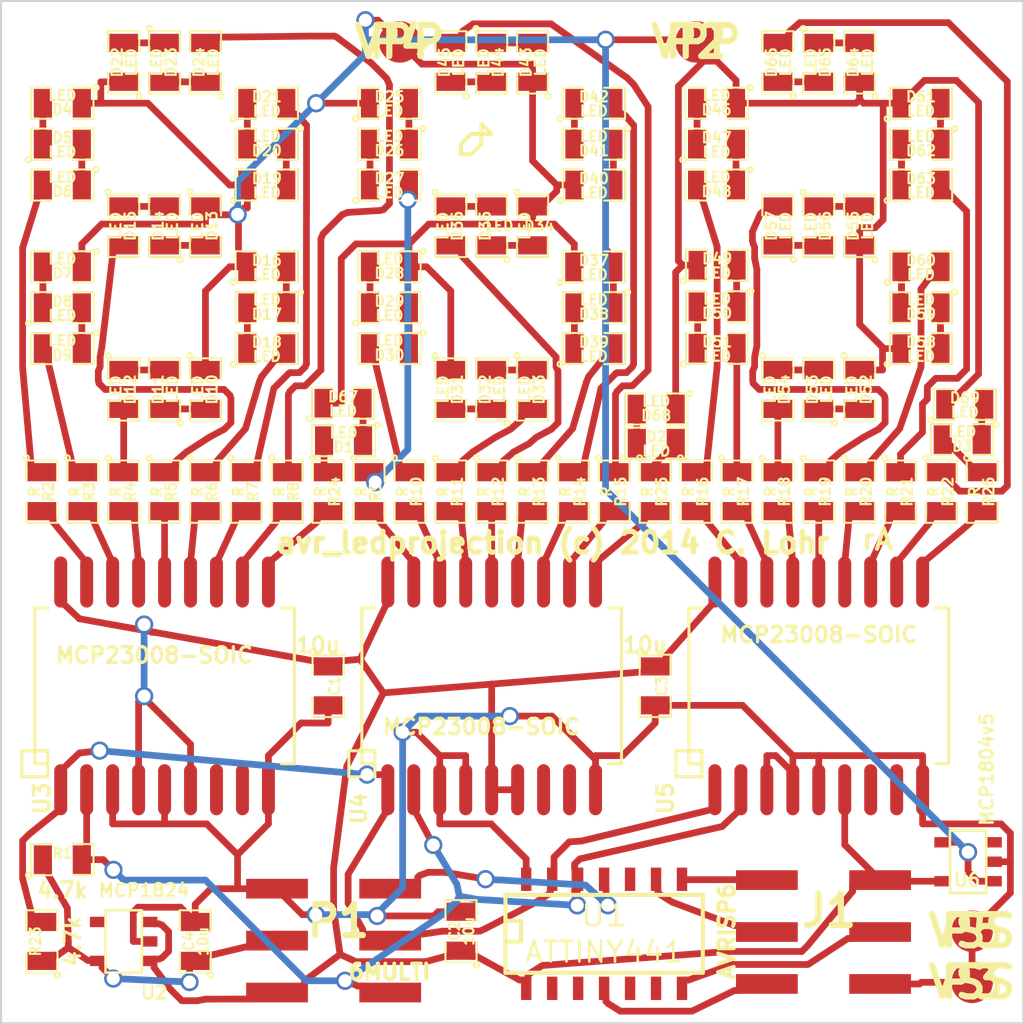
<source format=kicad_pcb>
(kicad_pcb (version 20171130) (host pcbnew "(5.1.12)-1")
  (title_block (title avr_ledprojection) (rev A))
  (layers (0 F.Cu signal) (31 B.Cu signal) (34 B.Paste user hide) (35 F.Paste user hide) (36 B.SilkS user hide) (37 F.SilkS user hide) (38 B.Mask user hide) (39 F.Mask user hide) (44 Edge.Cuts user))
  (net 0 "")
  (net 1 +3.3V)
  (net 2 +5V)
  (net 3 GND)
  (net 4 N-0000010)
  (net 5 N-00000100)
  (net 6 N-00000101)
  (net 7 N-00000102)
  (net 8 N-00000103)
  (net 9 N-00000104)
  (net 10 N-00000105)
  (net 11 N-00000106)
  (net 12 N-00000108)
  (net 13 N-00000109)
  (net 14 N-0000011)
  (net 15 N-00000110)
  (net 16 N-00000111)
  (net 17 N-00000116)
  (net 18 N-0000014)
  (net 19 N-0000016)
  (net 20 N-0000017)
  (net 21 N-0000018)
  (net 22 N-0000019)
  (net 23 N-000002)
  (net 24 N-0000020)
  (net 25 N-0000021)
  (net 26 N-0000022)
  (net 27 N-0000024)
  (net 28 N-0000025)
  (net 29 N-0000026)
  (net 30 N-0000027)
  (net 31 N-0000030)
  (net 32 N-0000031)
  (net 33 N-0000032)
  (net 34 N-0000034)
  (net 35 N-0000035)
  (net 36 N-000004)
  (net 37 N-0000040)
  (net 38 N-0000041)
  (net 39 N-0000042)
  (net 40 N-0000043)
  (net 41 N-0000044)
  (net 42 N-0000045)
  (net 43 N-0000046)
  (net 44 N-0000047)
  (net 45 N-0000048)
  (net 46 N-0000049)
  (net 47 N-000005)
  (net 48 N-0000050)
  (net 49 N-0000051)
  (net 50 N-0000052)
  (net 51 N-0000053)
  (net 52 N-0000054)
  (net 53 N-0000055)
  (net 54 N-0000056)
  (net 55 N-0000057)
  (net 56 N-0000058)
  (net 57 N-0000059)
  (net 58 N-000006)
  (net 59 N-0000060)
  (net 60 N-0000061)
  (net 61 N-0000062)
  (net 62 N-0000063)
  (net 63 N-0000064)
  (net 64 N-0000065)
  (net 65 N-0000066)
  (net 66 N-0000067)
  (net 67 N-0000068)
  (net 68 N-0000069)
  (net 69 N-000007)
  (net 70 N-0000070)
  (net 71 N-0000071)
  (net 72 N-0000072)
  (net 73 N-0000073)
  (net 74 N-0000074)
  (net 75 N-0000075)
  (net 76 N-0000076)
  (net 77 N-0000077)
  (net 78 N-0000078)
  (net 79 N-0000079)
  (net 80 N-000008)
  (net 81 N-0000080)
  (net 82 N-0000081)
  (net 83 N-0000082)
  (net 84 N-0000083)
  (net 85 N-0000084)
  (net 86 N-0000085)
  (net 87 N-0000086)
  (net 88 N-0000087)
  (net 89 N-0000088)
  (net 90 N-0000089)
  (net 91 N-000009)
  (net 92 N-0000090)
  (net 93 N-0000091)
  (net 94 N-0000092)
  (net 95 N-0000093)
  (net 96 N-0000094)
  (net 97 N-0000095)
  (net 98 N-0000096)
  (net 99 N-0000097)
  (net 100 N-0000098)
  (net 101 N-0000099)
  (net 102 SCL)
  (net 103 SDA)
  (net 104 VPP)
  (module SO14E (layer F.Cu) (at 93.5 92.5)
    (fp_text reference U1 (at 0 -0.762) (layer F.SilkS) (effects (font (size 1.016 1.143) (thickness 0.127))))
    (fp_text value ATTINY441 (at 0 1.016) (layer F.SilkS) (effects (font (size 1.016 1.016) (thickness 0.127))))
    (pad 1 smd rect (at -3.81 2.794) (size 0.508 1.143) (layers F.Cu F.Paste F.Mask) (net 2 +5V))
    (pad 2 smd rect (at -2.54 2.794) (size 0.508 1.143) (layers F.Cu F.Paste F.Mask))
    (pad 3 smd rect (at -1.27 2.794) (size 0.508 1.143) (layers F.Cu F.Paste F.Mask))
    (pad 4 smd rect (at 0 2.794) (size 0.508 1.143) (layers F.Cu F.Paste F.Mask) (net 32 N-0000031))
    (pad 5 smd rect (at 1.27 2.794) (size 0.508 1.143) (layers F.Cu F.Paste F.Mask))
    (pad 6 smd rect (at 2.54 2.794) (size 0.508 1.143) (layers F.Cu F.Paste F.Mask))
    (pad 7 smd rect (at 3.81 2.794) (size 0.508 1.143) (layers F.Cu F.Paste F.Mask) (net 27 N-0000024))
    (pad 8 smd rect (at 3.81 -2.54) (size 0.508 1.143) (layers F.Cu F.Paste F.Mask) (net 30 N-0000027))
    (pad 9 smd rect (at 2.54 -2.54) (size 0.508 1.143) (layers F.Cu F.Paste F.Mask) (net 33 N-0000032))
    (pad 10 smd rect (at 1.27 -2.54) (size 0.508 1.143) (layers F.Cu F.Paste F.Mask))
    (pad 11 smd rect (at 0 -2.54) (size 0.508 1.143) (layers F.Cu F.Paste F.Mask) (net 29 N-0000026))
    (pad 12 smd rect (at -1.27 -2.54) (size 0.508 1.143) (layers F.Cu F.Paste F.Mask) (net 103 SDA))
    (pad 13 smd rect (at -2.54 -2.54) (size 0.508 1.143) (layers F.Cu F.Paste F.Mask) (net 102 SCL))
    (pad 14 smd rect (at -3.81 -2.54) (size 0.508 1.143) (layers F.Cu F.Paste F.Mask) (net 3 GND))
  )
  (module SM0805 (layer F.Cu) (at 99 52 180)
    (fp_text reference D46 (at 0 -0.3175 180) (layer F.SilkS) (effects (font (size 0.50038 0.50038) (thickness 0.10922))))
    (fp_text value LED (at 0 0.381 180) (layer F.SilkS) (effects (font (size 0.50038 0.50038) (thickness 0.10922))))
    (pad 1 smd rect (at -0.9525 0 180) (size 0.889 1.397) (layers F.Cu F.Paste F.Mask) (net 104 VPP))
    (pad 2 smd rect (at 0.9525 0 180) (size 0.889 1.397) (layers F.Cu F.Paste F.Mask) (net 39 N-0000042))
  )
  (module SM0805 (layer F.Cu) (at 102 71 270)
    (fp_text reference R18 (at 0 -0.3175 270) (layer F.SilkS) (effects (font (size 0.50038 0.50038) (thickness 0.10922))))
    (fp_text value R (at 0 0.381 270) (layer F.SilkS) (effects (font (size 0.50038 0.50038) (thickness 0.10922))))
    (pad 1 smd rect (at -0.9525 0 270) (size 0.889 1.397) (layers F.Cu F.Paste F.Mask) (net 68 N-0000069))
    (pad 2 smd rect (at 0.9525 0 270) (size 0.889 1.397) (layers F.Cu F.Paste F.Mask) (net 69 N-000007))
  )
  (module SM0805 (layer F.Cu) (at 102 66 270)
    (fp_text reference D54 (at 0 -0.3175 270) (layer F.SilkS) (effects (font (size 0.50038 0.50038) (thickness 0.10922))))
    (fp_text value LED (at 0 0.381 270) (layer F.SilkS) (effects (font (size 0.50038 0.50038) (thickness 0.10922))))
    (pad 1 smd rect (at -0.9525 0 270) (size 0.889 1.397) (layers F.Cu F.Paste F.Mask) (net 67 N-0000068))
    (pad 2 smd rect (at 0.9525 0 270) (size 0.889 1.397) (layers F.Cu F.Paste F.Mask) (net 68 N-0000069))
  )
  (module SM0805 (layer F.Cu) (at 104 66 90)
    (fp_text reference D53 (at 0 -0.3175 90) (layer F.SilkS) (effects (font (size 0.50038 0.50038) (thickness 0.10922))))
    (fp_text value LED (at 0 0.381 90) (layer F.SilkS) (effects (font (size 0.50038 0.50038) (thickness 0.10922))))
    (pad 1 smd rect (at -0.9525 0 90) (size 0.889 1.397) (layers F.Cu F.Paste F.Mask) (net 66 N-0000067))
    (pad 2 smd rect (at 0.9525 0 90) (size 0.889 1.397) (layers F.Cu F.Paste F.Mask) (net 67 N-0000068))
  )
  (module SM0805 (layer F.Cu) (at 106 66 270)
    (fp_text reference D52 (at 0 -0.3175 270) (layer F.SilkS) (effects (font (size 0.50038 0.50038) (thickness 0.10922))))
    (fp_text value LED (at 0 0.381 270) (layer F.SilkS) (effects (font (size 0.50038 0.50038) (thickness 0.10922))))
    (pad 1 smd rect (at -0.9525 0 270) (size 0.889 1.397) (layers F.Cu F.Paste F.Mask) (net 104 VPP))
    (pad 2 smd rect (at 0.9525 0 270) (size 0.889 1.397) (layers F.Cu F.Paste F.Mask) (net 66 N-0000067))
  )
  (module SM0805 (layer F.Cu) (at 100 71 270)
    (fp_text reference R17 (at 0 -0.3175 270) (layer F.SilkS) (effects (font (size 0.50038 0.50038) (thickness 0.10922))))
    (fp_text value R (at 0 0.381 270) (layer F.SilkS) (effects (font (size 0.50038 0.50038) (thickness 0.10922))))
    (pad 1 smd rect (at -0.9525 0 270) (size 0.889 1.397) (layers F.Cu F.Paste F.Mask) (net 45 N-0000048))
    (pad 2 smd rect (at 0.9525 0 270) (size 0.889 1.397) (layers F.Cu F.Paste F.Mask) (net 53 N-0000055))
  )
  (module SM0805 (layer F.Cu) (at 99.028 63.988)
    (fp_text reference D51 (at 0 -0.3175) (layer F.SilkS) (effects (font (size 0.50038 0.50038) (thickness 0.10922))))
    (fp_text value LED (at 0 0.381) (layer F.SilkS) (effects (font (size 0.50038 0.50038) (thickness 0.10922))))
    (pad 1 smd rect (at -0.9525 0) (size 0.889 1.397) (layers F.Cu F.Paste F.Mask) (net 44 N-0000047))
    (pad 2 smd rect (at 0.9525 0) (size 0.889 1.397) (layers F.Cu F.Paste F.Mask) (net 45 N-0000048))
  )
  (module SM0805 (layer F.Cu) (at 99.028 61.956 180)
    (fp_text reference D50 (at 0 -0.3175 180) (layer F.SilkS) (effects (font (size 0.50038 0.50038) (thickness 0.10922))))
    (fp_text value LED (at 0 0.381 180) (layer F.SilkS) (effects (font (size 0.50038 0.50038) (thickness 0.10922))))
    (pad 1 smd rect (at -0.9525 0 180) (size 0.889 1.397) (layers F.Cu F.Paste F.Mask) (net 43 N-0000046))
    (pad 2 smd rect (at 0.9525 0 180) (size 0.889 1.397) (layers F.Cu F.Paste F.Mask) (net 44 N-0000047))
  )
  (module SM0805 (layer F.Cu) (at 99.028 59.924)
    (fp_text reference D49 (at 0 -0.3175) (layer F.SilkS) (effects (font (size 0.50038 0.50038) (thickness 0.10922))))
    (fp_text value LED (at 0 0.381) (layer F.SilkS) (effects (font (size 0.50038 0.50038) (thickness 0.10922))))
    (pad 1 smd rect (at -0.9525 0) (size 0.889 1.397) (layers F.Cu F.Paste F.Mask) (net 104 VPP))
    (pad 2 smd rect (at 0.9525 0) (size 0.889 1.397) (layers F.Cu F.Paste F.Mask) (net 43 N-0000046))
  )
  (module SM0805 (layer F.Cu) (at 98 71 270)
    (fp_text reference R16 (at 0 -0.3175 270) (layer F.SilkS) (effects (font (size 0.50038 0.50038) (thickness 0.10922))))
    (fp_text value R (at 0 0.381 270) (layer F.SilkS) (effects (font (size 0.50038 0.50038) (thickness 0.10922))))
    (pad 1 smd rect (at -0.9525 0 270) (size 0.889 1.397) (layers F.Cu F.Paste F.Mask) (net 42 N-0000045))
    (pad 2 smd rect (at 0.9525 0 270) (size 0.889 1.397) (layers F.Cu F.Paste F.Mask) (net 80 N-000008))
  )
  (module SM0805 (layer F.Cu) (at 99 56 180)
    (fp_text reference D48 (at 0 -0.3175 180) (layer F.SilkS) (effects (font (size 0.50038 0.50038) (thickness 0.10922))))
    (fp_text value LED (at 0 0.381 180) (layer F.SilkS) (effects (font (size 0.50038 0.50038) (thickness 0.10922))))
    (pad 1 smd rect (at -0.9525 0 180) (size 0.889 1.397) (layers F.Cu F.Paste F.Mask) (net 40 N-0000043))
    (pad 2 smd rect (at 0.9525 0 180) (size 0.889 1.397) (layers F.Cu F.Paste F.Mask) (net 42 N-0000045))
  )
  (module SM0805 (layer F.Cu) (at 99 54)
    (fp_text reference D47 (at 0 -0.3175) (layer F.SilkS) (effects (font (size 0.50038 0.50038) (thickness 0.10922))))
    (fp_text value LED (at 0 0.381) (layer F.SilkS) (effects (font (size 0.50038 0.50038) (thickness 0.10922))))
    (pad 1 smd rect (at -0.9525 0) (size 0.889 1.397) (layers F.Cu F.Paste F.Mask) (net 39 N-0000042))
    (pad 2 smd rect (at 0.9525 0) (size 0.889 1.397) (layers F.Cu F.Paste F.Mask) (net 40 N-0000043))
  )
  (module SM0805 (layer F.Cu) (at 104 58 270)
    (fp_text reference D56 (at 0 -0.3175 270) (layer F.SilkS) (effects (font (size 0.50038 0.50038) (thickness 0.10922))))
    (fp_text value LED (at 0 0.381 270) (layer F.SilkS) (effects (font (size 0.50038 0.50038) (thickness 0.10922))))
    (pad 1 smd rect (at -0.9525 0 270) (size 0.889 1.397) (layers F.Cu F.Paste F.Mask) (net 70 N-0000070))
    (pad 2 smd rect (at 0.9525 0 270) (size 0.889 1.397) (layers F.Cu F.Paste F.Mask) (net 71 N-0000071))
  )
  (module SM0805 (layer F.Cu) (at 94 71 270)
    (fp_text reference R15 (at 0 -0.3175 270) (layer F.SilkS) (effects (font (size 0.50038 0.50038) (thickness 0.10922))))
    (fp_text value R (at 0 0.381 270) (layer F.SilkS) (effects (font (size 0.50038 0.50038) (thickness 0.10922))))
    (pad 1 smd rect (at -0.9525 0 270) (size 0.889 1.397) (layers F.Cu F.Paste F.Mask) (net 38 N-0000041))
    (pad 2 smd rect (at 0.9525 0 270) (size 0.889 1.397) (layers F.Cu F.Paste F.Mask) (net 18 N-0000014))
  )
  (module SM0805 (layer F.Cu) (at 86 50 90)
    (fp_text reference D45 (at 0 -0.3175 90) (layer F.SilkS) (effects (font (size 0.50038 0.50038) (thickness 0.10922))))
    (fp_text value LED (at 0 0.381 90) (layer F.SilkS) (effects (font (size 0.50038 0.50038) (thickness 0.10922))))
    (pad 1 smd rect (at -0.9525 0 90) (size 0.889 1.397) (layers F.Cu F.Paste F.Mask) (net 37 N-0000040))
    (pad 2 smd rect (at 0.9525 0 90) (size 0.889 1.397) (layers F.Cu F.Paste F.Mask) (net 38 N-0000041))
  )
  (module SM0805 (layer F.Cu) (at 88 50 270)
    (fp_text reference D44 (at 0 -0.3175 270) (layer F.SilkS) (effects (font (size 0.50038 0.50038) (thickness 0.10922))))
    (fp_text value LED (at 0 0.381 270) (layer F.SilkS) (effects (font (size 0.50038 0.50038) (thickness 0.10922))))
    (pad 1 smd rect (at -0.9525 0 270) (size 0.889 1.397) (layers F.Cu F.Paste F.Mask) (net 41 N-0000044))
    (pad 2 smd rect (at 0.9525 0 270) (size 0.889 1.397) (layers F.Cu F.Paste F.Mask) (net 37 N-0000040))
  )
  (module SM0805 (layer F.Cu) (at 90 50 90)
    (fp_text reference D43 (at 0 -0.3175 90) (layer F.SilkS) (effects (font (size 0.50038 0.50038) (thickness 0.10922))))
    (fp_text value LED (at 0 0.381 90) (layer F.SilkS) (effects (font (size 0.50038 0.50038) (thickness 0.10922))))
    (pad 1 smd rect (at -0.9525 0 90) (size 0.889 1.397) (layers F.Cu F.Paste F.Mask) (net 104 VPP))
    (pad 2 smd rect (at 0.9525 0 90) (size 0.889 1.397) (layers F.Cu F.Paste F.Mask) (net 41 N-0000044))
  )
  (module SM0805 (layer F.Cu) (at 92 71 270)
    (fp_text reference R14 (at 0 -0.3175 270) (layer F.SilkS) (effects (font (size 0.50038 0.50038) (thickness 0.10922))))
    (fp_text value R (at 0 0.381 270) (layer F.SilkS) (effects (font (size 0.50038 0.50038) (thickness 0.10922))))
    (pad 1 smd rect (at -0.9525 0 270) (size 0.889 1.397) (layers F.Cu F.Paste F.Mask) (net 56 N-0000058))
    (pad 2 smd rect (at 0.9525 0 270) (size 0.889 1.397) (layers F.Cu F.Paste F.Mask) (net 57 N-0000059))
  )
  (module SM0805 (layer F.Cu) (at 93 52)
    (fp_text reference D42 (at 0 -0.3175) (layer F.SilkS) (effects (font (size 0.50038 0.50038) (thickness 0.10922))))
    (fp_text value LED (at 0 0.381) (layer F.SilkS) (effects (font (size 0.50038 0.50038) (thickness 0.10922))))
    (pad 1 smd rect (at -0.9525 0) (size 0.889 1.397) (layers F.Cu F.Paste F.Mask) (net 55 N-0000057))
    (pad 2 smd rect (at 0.9525 0) (size 0.889 1.397) (layers F.Cu F.Paste F.Mask) (net 56 N-0000058))
  )
  (module SM0805 (layer F.Cu) (at 93 54 180)
    (fp_text reference D41 (at 0 -0.3175 180) (layer F.SilkS) (effects (font (size 0.50038 0.50038) (thickness 0.10922))))
    (fp_text value LED (at 0 0.381 180) (layer F.SilkS) (effects (font (size 0.50038 0.50038) (thickness 0.10922))))
    (pad 1 smd rect (at -0.9525 0 180) (size 0.889 1.397) (layers F.Cu F.Paste F.Mask) (net 54 N-0000056))
    (pad 2 smd rect (at 0.9525 0 180) (size 0.889 1.397) (layers F.Cu F.Paste F.Mask) (net 55 N-0000057))
  )
  (module SM0805 (layer F.Cu) (at 93 56)
    (fp_text reference D40 (at 0 -0.3175) (layer F.SilkS) (effects (font (size 0.50038 0.50038) (thickness 0.10922))))
    (fp_text value LED (at 0 0.381) (layer F.SilkS) (effects (font (size 0.50038 0.50038) (thickness 0.10922))))
    (pad 1 smd rect (at -0.9525 0) (size 0.889 1.397) (layers F.Cu F.Paste F.Mask) (net 104 VPP))
    (pad 2 smd rect (at 0.9525 0) (size 0.889 1.397) (layers F.Cu F.Paste F.Mask) (net 54 N-0000056))
  )
  (module SM0805 (layer F.Cu) (at 108 71 270)
    (fp_text reference R21 (at 0 -0.3175 270) (layer F.SilkS) (effects (font (size 0.50038 0.50038) (thickness 0.10922))))
    (fp_text value R (at 0 0.381 270) (layer F.SilkS) (effects (font (size 0.50038 0.50038) (thickness 0.10922))))
    (pad 1 smd rect (at -0.9525 0 270) (size 0.889 1.397) (layers F.Cu F.Paste F.Mask) (net 62 N-0000063))
    (pad 2 smd rect (at 0.9525 0 270) (size 0.889 1.397) (layers F.Cu F.Paste F.Mask) (net 28 N-0000025))
  )
  (module SM0805 (layer F.Cu) (at 96 80.5 270)
    (fp_text reference C3 (at 0 -0.3175 270) (layer F.SilkS) (effects (font (size 0.50038 0.50038) (thickness 0.10922))))
    (fp_text value 10u (at -2 0.5) (layer F.SilkS) (effects (font (size 0.762 0.762) (thickness 0.1524))))
    (pad 1 smd rect (at -0.9525 0 270) (size 0.889 1.397) (layers F.Cu F.Paste F.Mask) (net 2 +5V))
    (pad 2 smd rect (at 0.9525 0 270) (size 0.889 1.397) (layers F.Cu F.Paste F.Mask) (net 3 GND))
  )
  (module SM0805 (layer F.Cu) (at 86.5 92.5 90)
    (fp_text reference C2 (at 0 -0.3175 90) (layer F.SilkS) (effects (font (size 0.50038 0.50038) (thickness 0.10922))))
    (fp_text value 10u (at 0 0.381 90) (layer F.SilkS) (effects (font (size 0.50038 0.50038) (thickness 0.10922))))
    (pad 1 smd rect (at -0.9525 0 90) (size 0.889 1.397) (layers F.Cu F.Paste F.Mask) (net 2 +5V))
    (pad 2 smd rect (at 0.9525 0 90) (size 0.889 1.397) (layers F.Cu F.Paste F.Mask) (net 3 GND))
  )
  (module SM0805 (layer F.Cu) (at 80 80.5 270)
    (fp_text reference C1 (at 0 -0.3175 270) (layer F.SilkS) (effects (font (size 0.50038 0.50038) (thickness 0.10922))))
    (fp_text value 10u (at -2 0.5) (layer F.SilkS) (effects (font (size 0.762 0.762) (thickness 0.1524))))
    (pad 1 smd rect (at -0.9525 0 270) (size 0.889 1.397) (layers F.Cu F.Paste F.Mask) (net 2 +5V))
    (pad 2 smd rect (at 0.9525 0 270) (size 0.889 1.397) (layers F.Cu F.Paste F.Mask) (net 3 GND))
  )
  (module SM0805 (layer F.Cu) (at 67 89)
    (fp_text reference R1 (at 0 -0.3175) (layer F.SilkS) (effects (font (size 0.50038 0.50038) (thickness 0.10922))))
    (fp_text value 4.7k (at 0 1.5) (layer F.SilkS) (effects (font (size 0.762 0.762) (thickness 0.1524))))
    (pad 1 smd rect (at -0.9525 0) (size 0.889 1.397) (layers F.Cu F.Paste F.Mask) (net 1 +3.3V))
    (pad 2 smd rect (at 0.9525 0) (size 0.889 1.397) (layers F.Cu F.Paste F.Mask) (net 103 SDA))
  )
  (module SM0805 (layer F.Cu) (at 111.018 68.453 180)
    (fp_text reference D3 (at 0 -0.3175 180) (layer F.SilkS) (effects (font (size 0.50038 0.50038) (thickness 0.10922))))
    (fp_text value LED (at 0 0.381 180) (layer F.SilkS) (effects (font (size 0.50038 0.50038) (thickness 0.10922))))
    (pad 1 smd rect (at -0.9525 0 180) (size 0.889 1.397) (layers F.Cu F.Paste F.Mask) (net 14 N-0000011))
    (pad 2 smd rect (at 0.9525 0 180) (size 0.889 1.397) (layers F.Cu F.Paste F.Mask) (net 20 N-0000017))
  )
  (module SM0805 (layer F.Cu) (at 96.0526 68.6308)
    (fp_text reference D2 (at 0 -0.3175) (layer F.SilkS) (effects (font (size 0.50038 0.50038) (thickness 0.10922))))
    (fp_text value LED (at 0 0.381) (layer F.SilkS) (effects (font (size 0.50038 0.50038) (thickness 0.10922))))
    (pad 1 smd rect (at -0.9525 0) (size 0.889 1.397) (layers F.Cu F.Paste F.Mask) (net 34 N-0000034))
    (pad 2 smd rect (at 0.9525 0) (size 0.889 1.397) (layers F.Cu F.Paste F.Mask) (net 22 N-0000019))
  )
  (module SM0805 (layer F.Cu) (at 80.7542 68.5013 180)
    (fp_text reference D1 (at 0 -0.3175 180) (layer F.SilkS) (effects (font (size 0.50038 0.50038) (thickness 0.10922))))
    (fp_text value LED (at 0 0.381 180) (layer F.SilkS) (effects (font (size 0.50038 0.50038) (thickness 0.10922))))
    (pad 1 smd rect (at -0.9525 0 180) (size 0.889 1.397) (layers F.Cu F.Paste F.Mask) (net 35 N-0000035))
    (pad 2 smd rect (at 0.9525 0 180) (size 0.889 1.397) (layers F.Cu F.Paste F.Mask) (net 25 N-0000021))
  )
  (module SM0805 (layer F.Cu) (at 110 71 270)
    (fp_text reference R22 (at 0 -0.3175 270) (layer F.SilkS) (effects (font (size 0.50038 0.50038) (thickness 0.10922))))
    (fp_text value R (at 0 0.381 270) (layer F.SilkS) (effects (font (size 0.50038 0.50038) (thickness 0.10922))))
    (pad 1 smd rect (at -0.9525 0 270) (size 0.889 1.397) (layers F.Cu F.Paste F.Mask) (net 65 N-0000066))
    (pad 2 smd rect (at 0.9525 0 270) (size 0.889 1.397) (layers F.Cu F.Paste F.Mask) (net 47 N-000005))
  )
  (module SM0805 (layer F.Cu) (at 102 50 90)
    (fp_text reference D66 (at 0 -0.3175 90) (layer F.SilkS) (effects (font (size 0.50038 0.50038) (thickness 0.10922))))
    (fp_text value LED (at 0 0.381 90) (layer F.SilkS) (effects (font (size 0.50038 0.50038) (thickness 0.10922))))
    (pad 1 smd rect (at -0.9525 0 90) (size 0.889 1.397) (layers F.Cu F.Paste F.Mask) (net 64 N-0000065))
    (pad 2 smd rect (at 0.9525 0 90) (size 0.889 1.397) (layers F.Cu F.Paste F.Mask) (net 65 N-0000066))
  )
  (module SM0805 (layer F.Cu) (at 104 50 270)
    (fp_text reference D65 (at 0 -0.3175 270) (layer F.SilkS) (effects (font (size 0.50038 0.50038) (thickness 0.10922))))
    (fp_text value LED (at 0 0.381 270) (layer F.SilkS) (effects (font (size 0.50038 0.50038) (thickness 0.10922))))
    (pad 1 smd rect (at -0.9525 0 270) (size 0.889 1.397) (layers F.Cu F.Paste F.Mask) (net 63 N-0000064))
    (pad 2 smd rect (at 0.9525 0 270) (size 0.889 1.397) (layers F.Cu F.Paste F.Mask) (net 64 N-0000065))
  )
  (module SM0805 (layer F.Cu) (at 106 50 90)
    (fp_text reference D64 (at 0 -0.3175 90) (layer F.SilkS) (effects (font (size 0.50038 0.50038) (thickness 0.10922))))
    (fp_text value LED (at 0 0.381 90) (layer F.SilkS) (effects (font (size 0.50038 0.50038) (thickness 0.10922))))
    (pad 1 smd rect (at -0.9525 0 90) (size 0.889 1.397) (layers F.Cu F.Paste F.Mask) (net 104 VPP))
    (pad 2 smd rect (at 0.9525 0 90) (size 0.889 1.397) (layers F.Cu F.Paste F.Mask) (net 63 N-0000064))
  )
  (module SM0805 (layer F.Cu) (at 106 58 90)
    (fp_text reference D55 (at 0 -0.3175 90) (layer F.SilkS) (effects (font (size 0.50038 0.50038) (thickness 0.10922))))
    (fp_text value LED (at 0 0.381 90) (layer F.SilkS) (effects (font (size 0.50038 0.50038) (thickness 0.10922))))
    (pad 1 smd rect (at -0.9525 0 90) (size 0.889 1.397) (layers F.Cu F.Paste F.Mask) (net 104 VPP))
    (pad 2 smd rect (at 0.9525 0 90) (size 0.889 1.397) (layers F.Cu F.Paste F.Mask) (net 70 N-0000070))
  )
  (module SM0805 (layer F.Cu) (at 109 56)
    (fp_text reference D63 (at 0 -0.3175) (layer F.SilkS) (effects (font (size 0.50038 0.50038) (thickness 0.10922))))
    (fp_text value LED (at 0 0.381) (layer F.SilkS) (effects (font (size 0.50038 0.50038) (thickness 0.10922))))
    (pad 1 smd rect (at -0.9525 0) (size 0.889 1.397) (layers F.Cu F.Paste F.Mask) (net 61 N-0000062))
    (pad 2 smd rect (at 0.9525 0) (size 0.889 1.397) (layers F.Cu F.Paste F.Mask) (net 62 N-0000063))
  )
  (module SM0805 (layer F.Cu) (at 109 54 180)
    (fp_text reference D62 (at 0 -0.3175 180) (layer F.SilkS) (effects (font (size 0.50038 0.50038) (thickness 0.10922))))
    (fp_text value LED (at 0 0.381 180) (layer F.SilkS) (effects (font (size 0.50038 0.50038) (thickness 0.10922))))
    (pad 1 smd rect (at -0.9525 0 180) (size 0.889 1.397) (layers F.Cu F.Paste F.Mask) (net 60 N-0000061))
    (pad 2 smd rect (at 0.9525 0 180) (size 0.889 1.397) (layers F.Cu F.Paste F.Mask) (net 61 N-0000062))
  )
  (module SM0805 (layer F.Cu) (at 109 52)
    (fp_text reference D61 (at 0 -0.3175) (layer F.SilkS) (effects (font (size 0.50038 0.50038) (thickness 0.10922))))
    (fp_text value LED (at 0 0.381) (layer F.SilkS) (effects (font (size 0.50038 0.50038) (thickness 0.10922))))
    (pad 1 smd rect (at -0.9525 0) (size 0.889 1.397) (layers F.Cu F.Paste F.Mask) (net 104 VPP))
    (pad 2 smd rect (at 0.9525 0) (size 0.889 1.397) (layers F.Cu F.Paste F.Mask) (net 60 N-0000061))
  )
  (module SM0805 (layer F.Cu) (at 106 71 270)
    (fp_text reference R20 (at 0 -0.3175 270) (layer F.SilkS) (effects (font (size 0.50038 0.50038) (thickness 0.10922))))
    (fp_text value R (at 0 0.381 270) (layer F.SilkS) (effects (font (size 0.50038 0.50038) (thickness 0.10922))))
    (pad 1 smd rect (at -0.9525 0 270) (size 0.889 1.397) (layers F.Cu F.Paste F.Mask) (net 59 N-0000060))
    (pad 2 smd rect (at 0.9525 0 270) (size 0.889 1.397) (layers F.Cu F.Paste F.Mask) (net 58 N-000006))
  )
  (module SM0805 (layer F.Cu) (at 109 60)
    (fp_text reference D60 (at 0 -0.3175) (layer F.SilkS) (effects (font (size 0.50038 0.50038) (thickness 0.10922))))
    (fp_text value LED (at 0 0.381) (layer F.SilkS) (effects (font (size 0.50038 0.50038) (thickness 0.10922))))
    (pad 1 smd rect (at -0.9525 0) (size 0.889 1.397) (layers F.Cu F.Paste F.Mask) (net 75 N-0000075))
    (pad 2 smd rect (at 0.9525 0) (size 0.889 1.397) (layers F.Cu F.Paste F.Mask) (net 59 N-0000060))
  )
  (module SM0805 (layer F.Cu) (at 109 62 180)
    (fp_text reference D59 (at 0 -0.3175 180) (layer F.SilkS) (effects (font (size 0.50038 0.50038) (thickness 0.10922))))
    (fp_text value LED (at 0 0.381 180) (layer F.SilkS) (effects (font (size 0.50038 0.50038) (thickness 0.10922))))
    (pad 1 smd rect (at -0.9525 0 180) (size 0.889 1.397) (layers F.Cu F.Paste F.Mask) (net 74 N-0000074))
    (pad 2 smd rect (at 0.9525 0 180) (size 0.889 1.397) (layers F.Cu F.Paste F.Mask) (net 75 N-0000075))
  )
  (module SM0805 (layer F.Cu) (at 109 64)
    (fp_text reference D58 (at 0 -0.3175) (layer F.SilkS) (effects (font (size 0.50038 0.50038) (thickness 0.10922))))
    (fp_text value LED (at 0 0.381) (layer F.SilkS) (effects (font (size 0.50038 0.50038) (thickness 0.10922))))
    (pad 1 smd rect (at -0.9525 0) (size 0.889 1.397) (layers F.Cu F.Paste F.Mask) (net 104 VPP))
    (pad 2 smd rect (at 0.9525 0) (size 0.889 1.397) (layers F.Cu F.Paste F.Mask) (net 74 N-0000074))
  )
  (module SM0805 (layer F.Cu) (at 104 71 270)
    (fp_text reference R19 (at 0 -0.3175 270) (layer F.SilkS) (effects (font (size 0.50038 0.50038) (thickness 0.10922))))
    (fp_text value R (at 0 0.381 270) (layer F.SilkS) (effects (font (size 0.50038 0.50038) (thickness 0.10922))))
    (pad 1 smd rect (at -0.9525 0 270) (size 0.889 1.397) (layers F.Cu F.Paste F.Mask) (net 72 N-0000072))
    (pad 2 smd rect (at 0.9525 0 270) (size 0.889 1.397) (layers F.Cu F.Paste F.Mask) (net 73 N-0000073))
  )
  (module SM0805 (layer F.Cu) (at 102 58 90)
    (fp_text reference D57 (at 0 -0.3175 90) (layer F.SilkS) (effects (font (size 0.50038 0.50038) (thickness 0.10922))))
    (fp_text value LED (at 0 0.381 90) (layer F.SilkS) (effects (font (size 0.50038 0.50038) (thickness 0.10922))))
    (pad 1 smd rect (at -0.9525 0 90) (size 0.889 1.397) (layers F.Cu F.Paste F.Mask) (net 71 N-0000071))
    (pad 2 smd rect (at 0.9525 0 90) (size 0.889 1.397) (layers F.Cu F.Paste F.Mask) (net 72 N-0000072))
  )
  (module SM0805 (layer F.Cu) (at 90 71 270)
    (fp_text reference R13 (at 0 -0.3175 270) (layer F.SilkS) (effects (font (size 0.50038 0.50038) (thickness 0.10922))))
    (fp_text value R (at 0 0.381 270) (layer F.SilkS) (effects (font (size 0.50038 0.50038) (thickness 0.10922))))
    (pad 1 smd rect (at -0.9525 0 270) (size 0.889 1.397) (layers F.Cu F.Paste F.Mask) (net 52 N-0000054))
    (pad 2 smd rect (at 0.9525 0 270) (size 0.889 1.397) (layers F.Cu F.Paste F.Mask) (net 46 N-0000049))
  )
  (module SM0805 (layer F.Cu) (at 74 58 270)
    (fp_text reference D13 (at 0 -0.3175 270) (layer F.SilkS) (effects (font (size 0.50038 0.50038) (thickness 0.10922))))
    (fp_text value LED (at 0 0.381 270) (layer F.SilkS) (effects (font (size 0.50038 0.50038) (thickness 0.10922))))
    (pad 1 smd rect (at -0.9525 0 270) (size 0.889 1.397) (layers F.Cu F.Paste F.Mask) (net 104 VPP))
    (pad 2 smd rect (at 0.9525 0 270) (size 0.889 1.397) (layers F.Cu F.Paste F.Mask) (net 76 N-0000076))
  )
  (module SM0805 (layer F.Cu) (at 67 52 180)
    (fp_text reference D4 (at 0 -0.3175 180) (layer F.SilkS) (effects (font (size 0.50038 0.50038) (thickness 0.10922))))
    (fp_text value LED (at 0 0.381 180) (layer F.SilkS) (effects (font (size 0.50038 0.50038) (thickness 0.10922))))
    (pad 1 smd rect (at -0.9525 0 180) (size 0.889 1.397) (layers F.Cu F.Paste F.Mask) (net 104 VPP))
    (pad 2 smd rect (at 0.9525 0 180) (size 0.889 1.397) (layers F.Cu F.Paste F.Mask) (net 86 N-0000085))
  )
  (module SM0805 (layer F.Cu) (at 77 52)
    (fp_text reference D21 (at 0 -0.3175) (layer F.SilkS) (effects (font (size 0.50038 0.50038) (thickness 0.10922))))
    (fp_text value LED (at 0 0.381) (layer F.SilkS) (effects (font (size 0.50038 0.50038) (thickness 0.10922))))
    (pad 1 smd rect (at -0.9525 0) (size 0.889 1.397) (layers F.Cu F.Paste F.Mask) (net 8 N-00000103))
    (pad 2 smd rect (at 0.9525 0) (size 0.889 1.397) (layers F.Cu F.Paste F.Mask) (net 9 N-00000104))
  )
  (module SM0805 (layer F.Cu) (at 77 54 180)
    (fp_text reference D20 (at 0 -0.3175 180) (layer F.SilkS) (effects (font (size 0.50038 0.50038) (thickness 0.10922))))
    (fp_text value LED (at 0 0.381 180) (layer F.SilkS) (effects (font (size 0.50038 0.50038) (thickness 0.10922))))
    (pad 1 smd rect (at -0.9525 0 180) (size 0.889 1.397) (layers F.Cu F.Paste F.Mask) (net 90 N-0000089))
    (pad 2 smd rect (at 0.9525 0 180) (size 0.889 1.397) (layers F.Cu F.Paste F.Mask) (net 8 N-00000103))
  )
  (module SM0805 (layer F.Cu) (at 77 56)
    (fp_text reference D19 (at 0 -0.3175) (layer F.SilkS) (effects (font (size 0.50038 0.50038) (thickness 0.10922))))
    (fp_text value LED (at 0 0.381) (layer F.SilkS) (effects (font (size 0.50038 0.50038) (thickness 0.10922))))
    (pad 1 smd rect (at -0.9525 0) (size 0.889 1.397) (layers F.Cu F.Paste F.Mask) (net 104 VPP))
    (pad 2 smd rect (at 0.9525 0) (size 0.889 1.397) (layers F.Cu F.Paste F.Mask) (net 90 N-0000089))
  )
  (module SM0805 (layer F.Cu) (at 74 71 270)
    (fp_text reference R6 (at 0 -0.3175 270) (layer F.SilkS) (effects (font (size 0.50038 0.50038) (thickness 0.10922))))
    (fp_text value R (at 0 0.381 270) (layer F.SilkS) (effects (font (size 0.50038 0.50038) (thickness 0.10922))))
    (pad 1 smd rect (at -0.9525 0 270) (size 0.889 1.397) (layers F.Cu F.Paste F.Mask) (net 84 N-0000083))
    (pad 2 smd rect (at 0.9525 0 270) (size 0.889 1.397) (layers F.Cu F.Paste F.Mask) (net 85 N-0000084))
  )
  (module SM0805 (layer F.Cu) (at 77 64)
    (fp_text reference D18 (at 0 -0.3175) (layer F.SilkS) (effects (font (size 0.50038 0.50038) (thickness 0.10922))))
    (fp_text value LED (at 0 0.381) (layer F.SilkS) (effects (font (size 0.50038 0.50038) (thickness 0.10922))))
    (pad 1 smd rect (at -0.9525 0) (size 0.889 1.397) (layers F.Cu F.Paste F.Mask) (net 83 N-0000082))
    (pad 2 smd rect (at 0.9525 0) (size 0.889 1.397) (layers F.Cu F.Paste F.Mask) (net 84 N-0000083))
  )
  (module SM0805 (layer F.Cu) (at 77 62 180)
    (fp_text reference D17 (at 0 -0.3175 180) (layer F.SilkS) (effects (font (size 0.50038 0.50038) (thickness 0.10922))))
    (fp_text value LED (at 0 0.381 180) (layer F.SilkS) (effects (font (size 0.50038 0.50038) (thickness 0.10922))))
    (pad 1 smd rect (at -0.9525 0 180) (size 0.889 1.397) (layers F.Cu F.Paste F.Mask) (net 82 N-0000081))
    (pad 2 smd rect (at 0.9525 0 180) (size 0.889 1.397) (layers F.Cu F.Paste F.Mask) (net 83 N-0000082))
  )
  (module SM0805 (layer F.Cu) (at 77 60)
    (fp_text reference D16 (at 0 -0.3175) (layer F.SilkS) (effects (font (size 0.50038 0.50038) (thickness 0.10922))))
    (fp_text value LED (at 0 0.381) (layer F.SilkS) (effects (font (size 0.50038 0.50038) (thickness 0.10922))))
    (pad 1 smd rect (at -0.9525 0) (size 0.889 1.397) (layers F.Cu F.Paste F.Mask) (net 104 VPP))
    (pad 2 smd rect (at 0.9525 0) (size 0.889 1.397) (layers F.Cu F.Paste F.Mask) (net 82 N-0000081))
  )
  (module SM0805 (layer F.Cu) (at 72 71 270)
    (fp_text reference R5 (at 0 -0.3175 270) (layer F.SilkS) (effects (font (size 0.50038 0.50038) (thickness 0.10922))))
    (fp_text value R (at 0 0.381 270) (layer F.SilkS) (effects (font (size 0.50038 0.50038) (thickness 0.10922))))
    (pad 1 smd rect (at -0.9525 0 270) (size 0.889 1.397) (layers F.Cu F.Paste F.Mask) (net 78 N-0000078))
    (pad 2 smd rect (at 0.9525 0 270) (size 0.889 1.397) (layers F.Cu F.Paste F.Mask) (net 79 N-0000079))
  )
  (module SM0805 (layer F.Cu) (at 70 58 270)
    (fp_text reference D15 (at 0 -0.3175 270) (layer F.SilkS) (effects (font (size 0.50038 0.50038) (thickness 0.10922))))
    (fp_text value LED (at 0 0.381 270) (layer F.SilkS) (effects (font (size 0.50038 0.50038) (thickness 0.10922))))
    (pad 1 smd rect (at -0.9525 0 270) (size 0.889 1.397) (layers F.Cu F.Paste F.Mask) (net 77 N-0000077))
    (pad 2 smd rect (at 0.9525 0 270) (size 0.889 1.397) (layers F.Cu F.Paste F.Mask) (net 78 N-0000078))
  )
  (module SM0805 (layer F.Cu) (at 72 58 90)
    (fp_text reference D14 (at 0 -0.3175 90) (layer F.SilkS) (effects (font (size 0.50038 0.50038) (thickness 0.10922))))
    (fp_text value LED (at 0 0.381 90) (layer F.SilkS) (effects (font (size 0.50038 0.50038) (thickness 0.10922))))
    (pad 1 smd rect (at -0.9525 0 90) (size 0.889 1.397) (layers F.Cu F.Paste F.Mask) (net 76 N-0000076))
    (pad 2 smd rect (at 0.9525 0 90) (size 0.889 1.397) (layers F.Cu F.Paste F.Mask) (net 77 N-0000077))
  )
  (module SM0805 (layer F.Cu) (at 76 71 270)
    (fp_text reference R7 (at 0 -0.3175 270) (layer F.SilkS) (effects (font (size 0.50038 0.50038) (thickness 0.10922))))
    (fp_text value R (at 0 0.381 270) (layer F.SilkS) (effects (font (size 0.50038 0.50038) (thickness 0.10922))))
    (pad 1 smd rect (at -0.9525 0 270) (size 0.889 1.397) (layers F.Cu F.Paste F.Mask) (net 9 N-00000104))
    (pad 2 smd rect (at 0.9525 0 270) (size 0.889 1.397) (layers F.Cu F.Paste F.Mask) (net 24 N-0000020))
  )
  (module SM0805 (layer F.Cu) (at 70 71 270)
    (fp_text reference R4 (at 0 -0.3175 270) (layer F.SilkS) (effects (font (size 0.50038 0.50038) (thickness 0.10922))))
    (fp_text value R (at 0 0.381 270) (layer F.SilkS) (effects (font (size 0.50038 0.50038) (thickness 0.10922))))
    (pad 1 smd rect (at -0.9525 0 270) (size 0.889 1.397) (layers F.Cu F.Paste F.Mask) (net 81 N-0000080))
    (pad 2 smd rect (at 0.9525 0 270) (size 0.889 1.397) (layers F.Cu F.Paste F.Mask) (net 91 N-000009))
  )
  (module SM0805 (layer F.Cu) (at 70 66 270)
    (fp_text reference D12 (at 0 -0.3175 270) (layer F.SilkS) (effects (font (size 0.50038 0.50038) (thickness 0.10922))))
    (fp_text value LED (at 0 0.381 270) (layer F.SilkS) (effects (font (size 0.50038 0.50038) (thickness 0.10922))))
    (pad 1 smd rect (at -0.9525 0 270) (size 0.889 1.397) (layers F.Cu F.Paste F.Mask) (net 95 N-0000093))
    (pad 2 smd rect (at 0.9525 0 270) (size 0.889 1.397) (layers F.Cu F.Paste F.Mask) (net 81 N-0000080))
  )
  (module SM0805 (layer F.Cu) (at 72 66 90)
    (fp_text reference D11 (at 0 -0.3175 90) (layer F.SilkS) (effects (font (size 0.50038 0.50038) (thickness 0.10922))))
    (fp_text value LED (at 0 0.381 90) (layer F.SilkS) (effects (font (size 0.50038 0.50038) (thickness 0.10922))))
    (pad 1 smd rect (at -0.9525 0 90) (size 0.889 1.397) (layers F.Cu F.Paste F.Mask) (net 94 N-0000092))
    (pad 2 smd rect (at 0.9525 0 90) (size 0.889 1.397) (layers F.Cu F.Paste F.Mask) (net 95 N-0000093))
  )
  (module SM0805 (layer F.Cu) (at 74 66 270)
    (fp_text reference D10 (at 0 -0.3175 270) (layer F.SilkS) (effects (font (size 0.50038 0.50038) (thickness 0.10922))))
    (fp_text value LED (at 0 0.381 270) (layer F.SilkS) (effects (font (size 0.50038 0.50038) (thickness 0.10922))))
    (pad 1 smd rect (at -0.9525 0 270) (size 0.889 1.397) (layers F.Cu F.Paste F.Mask) (net 104 VPP))
    (pad 2 smd rect (at 0.9525 0 270) (size 0.889 1.397) (layers F.Cu F.Paste F.Mask) (net 94 N-0000092))
  )
  (module SM0805 (layer F.Cu) (at 68 71 270)
    (fp_text reference R3 (at 0 -0.3175 270) (layer F.SilkS) (effects (font (size 0.50038 0.50038) (thickness 0.10922))))
    (fp_text value R (at 0 0.381 270) (layer F.SilkS) (effects (font (size 0.50038 0.50038) (thickness 0.10922))))
    (pad 1 smd rect (at -0.9525 0 270) (size 0.889 1.397) (layers F.Cu F.Paste F.Mask) (net 93 N-0000091))
    (pad 2 smd rect (at 0.9525 0 270) (size 0.889 1.397) (layers F.Cu F.Paste F.Mask) (net 17 N-00000116))
  )
  (module SM0805 (layer F.Cu) (at 67 64 180)
    (fp_text reference D9 (at 0 -0.3175 180) (layer F.SilkS) (effects (font (size 0.50038 0.50038) (thickness 0.10922))))
    (fp_text value LED (at 0 0.381 180) (layer F.SilkS) (effects (font (size 0.50038 0.50038) (thickness 0.10922))))
    (pad 1 smd rect (at -0.9525 0 180) (size 0.889 1.397) (layers F.Cu F.Paste F.Mask) (net 92 N-0000090))
    (pad 2 smd rect (at 0.9525 0 180) (size 0.889 1.397) (layers F.Cu F.Paste F.Mask) (net 93 N-0000091))
  )
  (module SM0805 (layer F.Cu) (at 67 62)
    (fp_text reference D8 (at 0 -0.3175) (layer F.SilkS) (effects (font (size 0.50038 0.50038) (thickness 0.10922))))
    (fp_text value LED (at 0 0.381) (layer F.SilkS) (effects (font (size 0.50038 0.50038) (thickness 0.10922))))
    (pad 1 smd rect (at -0.9525 0) (size 0.889 1.397) (layers F.Cu F.Paste F.Mask) (net 89 N-0000088))
    (pad 2 smd rect (at 0.9525 0) (size 0.889 1.397) (layers F.Cu F.Paste F.Mask) (net 92 N-0000090))
  )
  (module SM0805 (layer F.Cu) (at 67 60 180)
    (fp_text reference D7 (at 0 -0.3175 180) (layer F.SilkS) (effects (font (size 0.50038 0.50038) (thickness 0.10922))))
    (fp_text value LED (at 0 0.381 180) (layer F.SilkS) (effects (font (size 0.50038 0.50038) (thickness 0.10922))))
    (pad 1 smd rect (at -0.9525 0 180) (size 0.889 1.397) (layers F.Cu F.Paste F.Mask) (net 104 VPP))
    (pad 2 smd rect (at 0.9525 0 180) (size 0.889 1.397) (layers F.Cu F.Paste F.Mask) (net 89 N-0000088))
  )
  (module SM0805 (layer F.Cu) (at 66 71 270)
    (fp_text reference R2 (at 0 -0.3175 270) (layer F.SilkS) (effects (font (size 0.50038 0.50038) (thickness 0.10922))))
    (fp_text value R (at 0 0.381 270) (layer F.SilkS) (effects (font (size 0.50038 0.50038) (thickness 0.10922))))
    (pad 1 smd rect (at -0.9525 0 270) (size 0.889 1.397) (layers F.Cu F.Paste F.Mask) (net 88 N-0000087))
    (pad 2 smd rect (at 0.9525 0 270) (size 0.889 1.397) (layers F.Cu F.Paste F.Mask) (net 4 N-0000010))
  )
  (module SM0805 (layer F.Cu) (at 67 56 180)
    (fp_text reference D6 (at 0 -0.3175 180) (layer F.SilkS) (effects (font (size 0.50038 0.50038) (thickness 0.10922))))
    (fp_text value LED (at 0 0.381 180) (layer F.SilkS) (effects (font (size 0.50038 0.50038) (thickness 0.10922))))
    (pad 1 smd rect (at -0.9525 0 180) (size 0.889 1.397) (layers F.Cu F.Paste F.Mask) (net 87 N-0000086))
    (pad 2 smd rect (at 0.9525 0 180) (size 0.889 1.397) (layers F.Cu F.Paste F.Mask) (net 88 N-0000087))
  )
  (module SM0805 (layer F.Cu) (at 67 54)
    (fp_text reference D5 (at 0 -0.3175) (layer F.SilkS) (effects (font (size 0.50038 0.50038) (thickness 0.10922))))
    (fp_text value LED (at 0 0.381) (layer F.SilkS) (effects (font (size 0.50038 0.50038) (thickness 0.10922))))
    (pad 1 smd rect (at -0.9525 0) (size 0.889 1.397) (layers F.Cu F.Paste F.Mask) (net 86 N-0000085))
    (pad 2 smd rect (at 0.9525 0) (size 0.889 1.397) (layers F.Cu F.Paste F.Mask) (net 87 N-0000086))
  )
  (module SM0805 (layer F.Cu) (at 86 66 270)
    (fp_text reference D31 (at 0 -0.3175 270) (layer F.SilkS) (effects (font (size 0.50038 0.50038) (thickness 0.10922))))
    (fp_text value LED (at 0 0.381 270) (layer F.SilkS) (effects (font (size 0.50038 0.50038) (thickness 0.10922))))
    (pad 1 smd rect (at -0.9525 0 270) (size 0.889 1.397) (layers F.Cu F.Paste F.Mask) (net 104 VPP))
    (pad 2 smd rect (at 0.9525 0 270) (size 0.889 1.397) (layers F.Cu F.Paste F.Mask) (net 100 N-0000098))
  )
  (module SM0805 (layer F.Cu) (at 93 64)
    (fp_text reference D39 (at 0 -0.3175) (layer F.SilkS) (effects (font (size 0.50038 0.50038) (thickness 0.10922))))
    (fp_text value LED (at 0 0.381) (layer F.SilkS) (effects (font (size 0.50038 0.50038) (thickness 0.10922))))
    (pad 1 smd rect (at -0.9525 0) (size 0.889 1.397) (layers F.Cu F.Paste F.Mask) (net 51 N-0000053))
    (pad 2 smd rect (at 0.9525 0) (size 0.889 1.397) (layers F.Cu F.Paste F.Mask) (net 52 N-0000054))
  )
  (module SM0805 (layer F.Cu) (at 93 62 180)
    (fp_text reference D38 (at 0 -0.3175 180) (layer F.SilkS) (effects (font (size 0.50038 0.50038) (thickness 0.10922))))
    (fp_text value LED (at 0 0.381 180) (layer F.SilkS) (effects (font (size 0.50038 0.50038) (thickness 0.10922))))
    (pad 1 smd rect (at -0.9525 0 180) (size 0.889 1.397) (layers F.Cu F.Paste F.Mask) (net 50 N-0000052))
    (pad 2 smd rect (at 0.9525 0 180) (size 0.889 1.397) (layers F.Cu F.Paste F.Mask) (net 51 N-0000053))
  )
  (module SM0805 (layer F.Cu) (at 92.9945 60.0075)
    (fp_text reference D37 (at 0 -0.3175) (layer F.SilkS) (effects (font (size 0.50038 0.50038) (thickness 0.10922))))
    (fp_text value LED (at 0 0.381) (layer F.SilkS) (effects (font (size 0.50038 0.50038) (thickness 0.10922))))
    (pad 1 smd rect (at -0.9525 0) (size 0.889 1.397) (layers F.Cu F.Paste F.Mask) (net 104 VPP))
    (pad 2 smd rect (at 0.9525 0) (size 0.889 1.397) (layers F.Cu F.Paste F.Mask) (net 50 N-0000052))
  )
  (module SM0805 (layer F.Cu) (at 88 71 270)
    (fp_text reference R12 (at 0 -0.3175 270) (layer F.SilkS) (effects (font (size 0.50038 0.50038) (thickness 0.10922))))
    (fp_text value R (at 0 0.381 270) (layer F.SilkS) (effects (font (size 0.50038 0.50038) (thickness 0.10922))))
    (pad 1 smd rect (at -0.9525 0 270) (size 0.889 1.397) (layers F.Cu F.Paste F.Mask) (net 48 N-0000050))
    (pad 2 smd rect (at 0.9525 0 270) (size 0.889 1.397) (layers F.Cu F.Paste F.Mask) (net 49 N-0000051))
  )
  (module SM0805 (layer F.Cu) (at 86 58 270)
    (fp_text reference D36 (at 0 -0.3175 270) (layer F.SilkS) (effects (font (size 0.50038 0.50038) (thickness 0.10922))))
    (fp_text value LED (at 0 0.381 270) (layer F.SilkS) (effects (font (size 0.50038 0.50038) (thickness 0.10922))))
    (pad 1 smd rect (at -0.9525 0 270) (size 0.889 1.397) (layers F.Cu F.Paste F.Mask) (net 7 N-00000102))
    (pad 2 smd rect (at 0.9525 0 270) (size 0.889 1.397) (layers F.Cu F.Paste F.Mask) (net 48 N-0000050))
  )
  (module SM0805 (layer F.Cu) (at 88 58 90)
    (fp_text reference D35 (at 0 -0.3175 90) (layer F.SilkS) (effects (font (size 0.50038 0.50038) (thickness 0.10922))))
    (fp_text value LED (at 0 0.381 180) (layer F.SilkS) (effects (font (size 0.50038 0.50038) (thickness 0.10922))))
    (pad 1 smd rect (at -0.9525 0 90) (size 0.889 1.397) (layers F.Cu F.Paste F.Mask) (net 6 N-00000101))
    (pad 2 smd rect (at 0.9525 0 90) (size 0.889 1.397) (layers F.Cu F.Paste F.Mask) (net 7 N-00000102))
  )
  (module SM0805 (layer F.Cu) (at 90 58 270)
    (fp_text reference D34 (at 0 -0.3175) (layer F.SilkS) (effects (font (size 0.50038 0.50038) (thickness 0.10922))))
    (fp_text value LED (at 0 0.381 270) (layer F.SilkS) (effects (font (size 0.50038 0.50038) (thickness 0.10922))))
    (pad 1 smd rect (at -0.9525 0 270) (size 0.889 1.397) (layers F.Cu F.Paste F.Mask) (net 104 VPP))
    (pad 2 smd rect (at 0.9525 0 270) (size 0.889 1.397) (layers F.Cu F.Paste F.Mask) (net 6 N-00000101))
  )
  (module SM0805 (layer F.Cu) (at 86 71 270)
    (fp_text reference R11 (at 0 -0.3175 270) (layer F.SilkS) (effects (font (size 0.50038 0.50038) (thickness 0.10922))))
    (fp_text value R (at 0 0.381 270) (layer F.SilkS) (effects (font (size 0.50038 0.50038) (thickness 0.10922))))
    (pad 1 smd rect (at -0.9525 0 270) (size 0.889 1.397) (layers F.Cu F.Paste F.Mask) (net 5 N-00000100))
    (pad 2 smd rect (at 0.9525 0 270) (size 0.889 1.397) (layers F.Cu F.Paste F.Mask) (net 36 N-000004))
  )
  (module SM0805 (layer F.Cu) (at 90 66 270)
    (fp_text reference D33 (at 0 -0.3175 270) (layer F.SilkS) (effects (font (size 0.50038 0.50038) (thickness 0.10922))))
    (fp_text value LED (at 0 0.381 270) (layer F.SilkS) (effects (font (size 0.50038 0.50038) (thickness 0.10922))))
    (pad 1 smd rect (at -0.9525 0 270) (size 0.889 1.397) (layers F.Cu F.Paste F.Mask) (net 101 N-0000099))
    (pad 2 smd rect (at 0.9525 0 270) (size 0.889 1.397) (layers F.Cu F.Paste F.Mask) (net 5 N-00000100))
  )
  (module SM0805 (layer F.Cu) (at 88 66 90)
    (fp_text reference D32 (at 0 -0.3175 90) (layer F.SilkS) (effects (font (size 0.50038 0.50038) (thickness 0.10922))))
    (fp_text value LED (at 0 0.381 90) (layer F.SilkS) (effects (font (size 0.50038 0.50038) (thickness 0.10922))))
    (pad 1 smd rect (at -0.9525 0 90) (size 0.889 1.397) (layers F.Cu F.Paste F.Mask) (net 100 N-0000098))
    (pad 2 smd rect (at 0.9525 0 90) (size 0.889 1.397) (layers F.Cu F.Paste F.Mask) (net 101 N-0000099))
  )
  (module SM0805 (layer F.Cu) (at 70 50 90)
    (fp_text reference D22 (at 0 -0.3175 90) (layer F.SilkS) (effects (font (size 0.50038 0.50038) (thickness 0.10922))))
    (fp_text value LED (at 0 0.381 90) (layer F.SilkS) (effects (font (size 0.50038 0.50038) (thickness 0.10922))))
    (pad 1 smd rect (at -0.9525 0 90) (size 0.889 1.397) (layers F.Cu F.Paste F.Mask) (net 104 VPP))
    (pad 2 smd rect (at 0.9525 0 90) (size 0.889 1.397) (layers F.Cu F.Paste F.Mask) (net 10 N-00000105))
  )
  (module SM0805 (layer F.Cu) (at 84 71 270)
    (fp_text reference R10 (at 0 -0.3175 270) (layer F.SilkS) (effects (font (size 0.50038 0.50038) (thickness 0.10922))))
    (fp_text value R (at 0 0.381 270) (layer F.SilkS) (effects (font (size 0.50038 0.50038) (thickness 0.10922))))
    (pad 1 smd rect (at -0.9525 0 270) (size 0.889 1.397) (layers F.Cu F.Paste F.Mask) (net 98 N-0000096))
    (pad 2 smd rect (at 0.9525 0 270) (size 0.889 1.397) (layers F.Cu F.Paste F.Mask) (net 99 N-0000097))
  )
  (module SM0805 (layer F.Cu) (at 83 64 180)
    (fp_text reference D30 (at 0 -0.3175 180) (layer F.SilkS) (effects (font (size 0.50038 0.50038) (thickness 0.10922))))
    (fp_text value LED (at 0 0.381 180) (layer F.SilkS) (effects (font (size 0.50038 0.50038) (thickness 0.10922))))
    (pad 1 smd rect (at -0.9525 0 180) (size 0.889 1.397) (layers F.Cu F.Paste F.Mask) (net 97 N-0000095))
    (pad 2 smd rect (at 0.9525 0 180) (size 0.889 1.397) (layers F.Cu F.Paste F.Mask) (net 98 N-0000096))
  )
  (module SM0805 (layer F.Cu) (at 83 62)
    (fp_text reference D29 (at 0 -0.3175) (layer F.SilkS) (effects (font (size 0.50038 0.50038) (thickness 0.10922))))
    (fp_text value LED (at 0 0.381) (layer F.SilkS) (effects (font (size 0.50038 0.50038) (thickness 0.10922))))
    (pad 1 smd rect (at -0.9525 0) (size 0.889 1.397) (layers F.Cu F.Paste F.Mask) (net 96 N-0000094))
    (pad 2 smd rect (at 0.9525 0) (size 0.889 1.397) (layers F.Cu F.Paste F.Mask) (net 97 N-0000095))
  )
  (module SM0805 (layer F.Cu) (at 83 60 180)
    (fp_text reference D28 (at 0 -0.3175 180) (layer F.SilkS) (effects (font (size 0.50038 0.50038) (thickness 0.10922))))
    (fp_text value LED (at 0 0.381 180) (layer F.SilkS) (effects (font (size 0.50038 0.50038) (thickness 0.10922))))
    (pad 1 smd rect (at -0.9525 0 180) (size 0.889 1.397) (layers F.Cu F.Paste F.Mask) (net 104 VPP))
    (pad 2 smd rect (at 0.9525 0 180) (size 0.889 1.397) (layers F.Cu F.Paste F.Mask) (net 96 N-0000094))
  )
  (module SM0805 (layer F.Cu) (at 82 71 270)
    (fp_text reference R9 (at 0 -0.3175 270) (layer F.SilkS) (effects (font (size 0.50038 0.50038) (thickness 0.10922))))
    (fp_text value R (at 0 0.381 270) (layer F.SilkS) (effects (font (size 0.50038 0.50038) (thickness 0.10922))))
    (pad 1 smd rect (at -0.9525 0 270) (size 0.889 1.397) (layers F.Cu F.Paste F.Mask) (net 16 N-00000111))
    (pad 2 smd rect (at 0.9525 0 270) (size 0.889 1.397) (layers F.Cu F.Paste F.Mask) (net 23 N-000002))
  )
  (module SM0805 (layer F.Cu) (at 83 56)
    (fp_text reference D27 (at 0 -0.3175) (layer F.SilkS) (effects (font (size 0.50038 0.50038) (thickness 0.10922))))
    (fp_text value LED (at 0 0.381) (layer F.SilkS) (effects (font (size 0.50038 0.50038) (thickness 0.10922))))
    (pad 1 smd rect (at -0.9525 0) (size 0.889 1.397) (layers F.Cu F.Paste F.Mask) (net 15 N-00000110))
    (pad 2 smd rect (at 0.9525 0) (size 0.889 1.397) (layers F.Cu F.Paste F.Mask) (net 16 N-00000111))
  )
  (module SM0805 (layer F.Cu) (at 83 54 180)
    (fp_text reference D26 (at 0 -0.3175 180) (layer F.SilkS) (effects (font (size 0.50038 0.50038) (thickness 0.10922))))
    (fp_text value LED (at 0 0.381 180) (layer F.SilkS) (effects (font (size 0.50038 0.50038) (thickness 0.10922))))
    (pad 1 smd rect (at -0.9525 0 180) (size 0.889 1.397) (layers F.Cu F.Paste F.Mask) (net 13 N-00000109))
    (pad 2 smd rect (at 0.9525 0 180) (size 0.889 1.397) (layers F.Cu F.Paste F.Mask) (net 15 N-00000110))
  )
  (module SM0805 (layer F.Cu) (at 83 52)
    (fp_text reference D25 (at 0 -0.3175) (layer F.SilkS) (effects (font (size 0.50038 0.50038) (thickness 0.10922))))
    (fp_text value LED (at 0 0.381) (layer F.SilkS) (effects (font (size 0.50038 0.50038) (thickness 0.10922))))
    (pad 1 smd rect (at -0.9525 0) (size 0.889 1.397) (layers F.Cu F.Paste F.Mask) (net 104 VPP))
    (pad 2 smd rect (at 0.9525 0) (size 0.889 1.397) (layers F.Cu F.Paste F.Mask) (net 13 N-00000109))
  )
  (module SM0805 (layer F.Cu) (at 78 71 270)
    (fp_text reference R8 (at 0 -0.3175 270) (layer F.SilkS) (effects (font (size 0.50038 0.50038) (thickness 0.10922))))
    (fp_text value R (at 0 0.381 270) (layer F.SilkS) (effects (font (size 0.50038 0.50038) (thickness 0.10922))))
    (pad 1 smd rect (at -0.9525 0 270) (size 0.889 1.397) (layers F.Cu F.Paste F.Mask) (net 12 N-00000108))
    (pad 2 smd rect (at 0.9525 0 270) (size 0.889 1.397) (layers F.Cu F.Paste F.Mask) (net 31 N-0000030))
  )
  (module SM0805 (layer F.Cu) (at 74 50 90)
    (fp_text reference D24 (at 0 -0.3175 90) (layer F.SilkS) (effects (font (size 0.50038 0.50038) (thickness 0.10922))))
    (fp_text value LED (at 0 0.381 90) (layer F.SilkS) (effects (font (size 0.50038 0.50038) (thickness 0.10922))))
    (pad 1 smd rect (at -0.9525 0 90) (size 0.889 1.397) (layers F.Cu F.Paste F.Mask) (net 11 N-00000106))
    (pad 2 smd rect (at 0.9525 0 90) (size 0.889 1.397) (layers F.Cu F.Paste F.Mask) (net 12 N-00000108))
  )
  (module SM0805 (layer F.Cu) (at 72 50 270)
    (fp_text reference D23 (at 0 -0.3175 270) (layer F.SilkS) (effects (font (size 0.50038 0.50038) (thickness 0.10922))))
    (fp_text value LED (at 0 0.381 270) (layer F.SilkS) (effects (font (size 0.50038 0.50038) (thickness 0.10922))))
    (pad 1 smd rect (at -0.9525 0 270) (size 0.889 1.397) (layers F.Cu F.Paste F.Mask) (net 10 N-00000105))
    (pad 2 smd rect (at 0.9525 0 270) (size 0.889 1.397) (layers F.Cu F.Paste F.Mask) (net 11 N-00000106))
  )
  (module RIBBON6SMT (layer F.Cu) (at 107 90 270)
    (fp_text reference J1 (at 1.5 2.5) (layer F.SilkS) (effects (font (size 1.524 1.524) (thickness 0.3048))))
    (fp_text value AVRISP6 (at 2.5 7.5 270) (layer F.SilkS) (effects (font (size 0.762 0.762) (thickness 0.1905))))
    (pad 2 smd rect (at 0 0 270) (size 0.9652 3.0226) (layers F.Cu F.Paste F.Mask) (net 2 +5V))
    (pad 4 smd rect (at 2.54 0 270) (size 0.9652 3.0226) (layers F.Cu F.Paste F.Mask) (net 27 N-0000024))
    (pad 6 smd rect (at 5.08 0 270) (size 0.9652 3.0226) (layers F.Cu F.Paste F.Mask) (net 3 GND))
    (pad 1 smd rect (at 0 5.5372 270) (size 0.9652 3.0226) (layers F.Cu F.Paste F.Mask) (net 30 N-0000027))
    (pad 3 smd rect (at 2.54 5.5372 270) (size 0.9652 3.0226) (layers F.Cu F.Paste F.Mask) (net 33 N-0000032))
    (pad 5 smd rect (at 5.08 5.5372 270) (size 0.9652 3.0226) (layers F.Cu F.Paste F.Mask) (net 32 N-0000031))
  )
  (module SOIC18-750 (layer F.Cu) (at 104 80.5 90)
    (fp_text reference U5 (at -5.5 -7.5 90) (layer F.SilkS) (effects (font (size 0.762 0.762) (thickness 0.15748))))
    (fp_text value MCP23008-SOIC (at 2.5 0 180) (layer F.SilkS) (effects (font (size 0.762 0.762) (thickness 0.15748))))
    (pad 1 smd oval (at -5.08 -5.08 90) (size 2.5 0.635) (layers F.Cu F.Paste F.Mask) (net 102 SCL))
    (pad 2 smd oval (at -5.08 -3.81 90) (size 2.5 0.635) (layers F.Cu F.Paste F.Mask) (net 103 SDA))
    (pad 3 smd oval (at -5.08 -2.54 90) (size 2.5 0.635) (layers F.Cu F.Paste F.Mask) (net 3 GND))
    (pad 4 smd oval (at -5.08 -1.27 90) (size 2.5 0.635) (layers F.Cu F.Paste F.Mask) (net 3 GND))
    (pad 5 smd oval (at -5.08 0 90) (size 2.5 0.635) (layers F.Cu F.Paste F.Mask) (net 3 GND))
    (pad 6 smd oval (at -5.08 1.27 90) (size 2.5 0.635) (layers F.Cu F.Paste F.Mask) (net 2 +5V))
    (pad 7 smd oval (at -5.08 2.54 90) (size 2.5 0.635) (layers F.Cu F.Paste F.Mask))
    (pad 8 smd oval (at -5.08 3.81 90) (size 2.5 0.635) (layers F.Cu F.Paste F.Mask))
    (pad 9 smd oval (at -5.08 5.08 90) (size 2.5 0.635) (layers F.Cu F.Paste F.Mask) (net 3 GND))
    (pad 10 smd oval (at 5.08 5.08 90) (size 2.5 0.635) (layers F.Cu F.Paste F.Mask) (net 21 N-0000018))
    (pad 11 smd oval (at 5.08 3.81 90) (size 2.5 0.635) (layers F.Cu F.Paste F.Mask) (net 47 N-000005))
    (pad 12 smd oval (at 5.08 2.54 90) (size 2.5 0.635) (layers F.Cu F.Paste F.Mask) (net 28 N-0000025))
    (pad 13 smd oval (at 5.08 1.27 90) (size 2.5 0.635) (layers F.Cu F.Paste F.Mask) (net 58 N-000006))
    (pad 14 smd oval (at 5.08 0 90) (size 2.5 0.635) (layers F.Cu F.Paste F.Mask) (net 73 N-0000073))
    (pad 15 smd oval (at 5.08 -1.27 90) (size 2.5 0.635) (layers F.Cu F.Paste F.Mask) (net 69 N-000007))
    (pad 16 smd oval (at 5.08 -2.54 90) (size 2.5 0.635) (layers F.Cu F.Paste F.Mask) (net 53 N-0000055))
    (pad 17 smd oval (at 5.08 -3.81 90) (size 2.5 0.635) (layers F.Cu F.Paste F.Mask) (net 80 N-000008))
    (pad 18 smd oval (at 5.08 -5.08 90) (size 2.5 0.635) (layers F.Cu F.Paste F.Mask) (net 2 +5V))
  )
  (module SM0805 (layer F.Cu) (at 112 71 270)
    (fp_text reference R26 (at 0 -0.3175 270) (layer F.SilkS) (effects (font (size 0.50038 0.50038) (thickness 0.10922))))
    (fp_text value R (at 0 0.381 270) (layer F.SilkS) (effects (font (size 0.50038 0.50038) (thickness 0.10922))))
    (pad 1 smd rect (at -0.9525 0 270) (size 0.889 1.397) (layers F.Cu F.Paste F.Mask) (net 20 N-0000017))
    (pad 2 smd rect (at 0.9525 0 270) (size 0.889 1.397) (layers F.Cu F.Paste F.Mask) (net 21 N-0000018))
  )
  (module SM0805 (layer F.Cu) (at 96 71 270)
    (fp_text reference R25 (at 0 -0.3175 270) (layer F.SilkS) (effects (font (size 0.50038 0.50038) (thickness 0.10922))))
    (fp_text value R (at 0 0.381 270) (layer F.SilkS) (effects (font (size 0.50038 0.50038) (thickness 0.10922))))
    (pad 1 smd rect (at -0.9525 0 270) (size 0.889 1.397) (layers F.Cu F.Paste F.Mask) (net 22 N-0000019))
    (pad 2 smd rect (at 0.9525 0 270) (size 0.889 1.397) (layers F.Cu F.Paste F.Mask) (net 19 N-0000016))
  )
  (module SM0805 (layer F.Cu) (at 80 71 270)
    (fp_text reference R24 (at 0 -0.3175 270) (layer F.SilkS) (effects (font (size 0.50038 0.50038) (thickness 0.10922))))
    (fp_text value R (at 0 0.381 270) (layer F.SilkS) (effects (font (size 0.50038 0.50038) (thickness 0.10922))))
    (pad 1 smd rect (at -0.9525 0 270) (size 0.889 1.397) (layers F.Cu F.Paste F.Mask) (net 25 N-0000021))
    (pad 2 smd rect (at 0.9525 0 270) (size 0.889 1.397) (layers F.Cu F.Paste F.Mask) (net 26 N-0000022))
  )
  (module SM0805 (layer F.Cu) (at 66 93 90)
    (fp_text reference R23 (at 0 -0.3175 90) (layer F.SilkS) (effects (font (size 0.50038 0.50038) (thickness 0.10922))))
    (fp_text value 4.7k (at 0 1.5 90) (layer F.SilkS) (effects (font (size 0.762 0.762) (thickness 0.1524))))
    (pad 1 smd rect (at -0.9525 0 90) (size 0.889 1.397) (layers F.Cu F.Paste F.Mask) (net 1 +3.3V))
    (pad 2 smd rect (at 0.9525 0 90) (size 0.889 1.397) (layers F.Cu F.Paste F.Mask) (net 102 SCL))
  )
  (module SM0805 (layer F.Cu) (at 73.5 93 90)
    (fp_text reference C4 (at 0 -0.3175 90) (layer F.SilkS) (effects (font (size 0.50038 0.50038) (thickness 0.10922))))
    (fp_text value 10u (at 0 0.381 90) (layer F.SilkS) (effects (font (size 0.50038 0.50038) (thickness 0.10922))))
    (pad 1 smd rect (at -0.9525 0 90) (size 0.889 1.397) (layers F.Cu F.Paste F.Mask) (net 1 +3.3V))
    (pad 2 smd rect (at 0.9525 0 90) (size 0.889 1.397) (layers F.Cu F.Paste F.Mask) (net 3 GND))
  )
  (module RIBBON6SMT (layer F.Cu) (at 77.5 95.5 90)
    (fp_text reference P1 (at 3.5 3 180) (layer F.SilkS) (effects (font (size 1.524 1.524) (thickness 0.3048))))
    (fp_text value 6MULTI (at 1 5.5 180) (layer F.SilkS) (effects (font (size 0.762 0.762) (thickness 0.1905))))
    (pad 2 smd rect (at 0 0 90) (size 0.9652 3.0226) (layers F.Cu F.Paste F.Mask) (net 2 +5V))
    (pad 4 smd rect (at 2.54 0 90) (size 0.9652 3.0226) (layers F.Cu F.Paste F.Mask) (net 1 +3.3V))
    (pad 6 smd rect (at 5.08 0 90) (size 0.9652 3.0226) (layers F.Cu F.Paste F.Mask) (net 3 GND))
    (pad 1 smd rect (at 0 5.5372 90) (size 0.9652 3.0226) (layers F.Cu F.Paste F.Mask) (net 103 SDA))
    (pad 3 smd rect (at 2.54 5.5372 90) (size 0.9652 3.0226) (layers F.Cu F.Paste F.Mask) (net 102 SCL))
    (pad 5 smd rect (at 5.08 5.5372 90) (size 0.9652 3.0226) (layers F.Cu F.Paste F.Mask) (net 29 N-0000026))
  )
  (module .1SMTPIN (layer F.Cu) (at 98 49)
    (fp_text reference P2 (at 0 0) (layer F.SilkS) (effects (font (size 1.524 1.524) (thickness 0.3048))))
    (fp_text value VPP (at 0 0) (layer F.SilkS) (effects (font (size 1.524 1.524) (thickness 0.3048))))
    (pad 1 smd circle (at 0 0) (size 2.032 2.032) (layers F.Cu F.Paste F.Mask) (net 104 VPP))
  )
  (module .1SMTPIN (layer F.Cu) (at 111.5 95)
    (fp_text reference P3 (at 0 0) (layer F.SilkS) (effects (font (size 1.524 1.524) (thickness 0.3048))))
    (fp_text value VSS (at 0 0) (layer F.SilkS) (effects (font (size 1.524 1.524) (thickness 0.3048))))
    (pad 1 smd circle (at 0 0) (size 2.032 2.032) (layers F.Cu F.Paste F.Mask) (net 3 GND))
  )
  (module SOIC18-750 (layer F.Cu) (at 88 80.5 90)
    (fp_text reference U4 (at -6 -6.5 90) (layer F.SilkS) (effects (font (size 0.762 0.762) (thickness 0.15748))))
    (fp_text value MCP23008-SOIC (at -2 -0.5 180) (layer F.SilkS) (effects (font (size 0.762 0.762) (thickness 0.15748))))
    (pad 1 smd oval (at -5.08 -5.08 90) (size 2.5 0.635) (layers F.Cu F.Paste F.Mask) (net 102 SCL))
    (pad 2 smd oval (at -5.08 -3.81 90) (size 2.5 0.635) (layers F.Cu F.Paste F.Mask) (net 103 SDA))
    (pad 3 smd oval (at -5.08 -2.54 90) (size 2.5 0.635) (layers F.Cu F.Paste F.Mask) (net 3 GND))
    (pad 4 smd oval (at -5.08 -1.27 90) (size 2.5 0.635) (layers F.Cu F.Paste F.Mask) (net 3 GND))
    (pad 5 smd oval (at -5.08 0 90) (size 2.5 0.635) (layers F.Cu F.Paste F.Mask) (net 2 +5V))
    (pad 6 smd oval (at -5.08 1.27 90) (size 2.5 0.635) (layers F.Cu F.Paste F.Mask) (net 2 +5V))
    (pad 7 smd oval (at -5.08 2.54 90) (size 2.5 0.635) (layers F.Cu F.Paste F.Mask))
    (pad 8 smd oval (at -5.08 3.81 90) (size 2.5 0.635) (layers F.Cu F.Paste F.Mask))
    (pad 9 smd oval (at -5.08 5.08 90) (size 2.5 0.635) (layers F.Cu F.Paste F.Mask) (net 3 GND))
    (pad 10 smd oval (at 5.08 5.08 90) (size 2.5 0.635) (layers F.Cu F.Paste F.Mask) (net 19 N-0000016))
    (pad 11 smd oval (at 5.08 3.81 90) (size 2.5 0.635) (layers F.Cu F.Paste F.Mask) (net 18 N-0000014))
    (pad 12 smd oval (at 5.08 2.54 90) (size 2.5 0.635) (layers F.Cu F.Paste F.Mask) (net 57 N-0000059))
    (pad 13 smd oval (at 5.08 1.27 90) (size 2.5 0.635) (layers F.Cu F.Paste F.Mask) (net 46 N-0000049))
    (pad 14 smd oval (at 5.08 0 90) (size 2.5 0.635) (layers F.Cu F.Paste F.Mask) (net 49 N-0000051))
    (pad 15 smd oval (at 5.08 -1.27 90) (size 2.5 0.635) (layers F.Cu F.Paste F.Mask) (net 36 N-000004))
    (pad 16 smd oval (at 5.08 -2.54 90) (size 2.5 0.635) (layers F.Cu F.Paste F.Mask) (net 99 N-0000097))
    (pad 17 smd oval (at 5.08 -3.81 90) (size 2.5 0.635) (layers F.Cu F.Paste F.Mask) (net 23 N-000002))
    (pad 18 smd oval (at 5.08 -5.08 90) (size 2.5 0.635) (layers F.Cu F.Paste F.Mask) (net 2 +5V))
  )
  (module SOIC18-750 (layer F.Cu) (at 72 80.5 90)
    (fp_text reference U3 (at -5.5 -6 90) (layer F.SilkS) (effects (font (size 0.762 0.762) (thickness 0.15748))))
    (fp_text value MCP23008-SOIC (at 1.5 -0.5 180) (layer F.SilkS) (effects (font (size 0.762 0.762) (thickness 0.15748))))
    (pad 1 smd oval (at -5.08 -5.08 90) (size 2.5 0.635) (layers F.Cu F.Paste F.Mask) (net 102 SCL))
    (pad 2 smd oval (at -5.08 -3.81 90) (size 2.5 0.635) (layers F.Cu F.Paste F.Mask) (net 103 SDA))
    (pad 3 smd oval (at -5.08 -2.54 90) (size 2.5 0.635) (layers F.Cu F.Paste F.Mask) (net 3 GND))
    (pad 4 smd oval (at -5.08 -1.27 90) (size 2.5 0.635) (layers F.Cu F.Paste F.Mask) (net 2 +5V))
    (pad 5 smd oval (at -5.08 0 90) (size 2.5 0.635) (layers F.Cu F.Paste F.Mask) (net 3 GND))
    (pad 6 smd oval (at -5.08 1.27 90) (size 2.5 0.635) (layers F.Cu F.Paste F.Mask) (net 2 +5V))
    (pad 7 smd oval (at -5.08 2.54 90) (size 2.5 0.635) (layers F.Cu F.Paste F.Mask))
    (pad 8 smd oval (at -5.08 3.81 90) (size 2.5 0.635) (layers F.Cu F.Paste F.Mask))
    (pad 9 smd oval (at -5.08 5.08 90) (size 2.5 0.635) (layers F.Cu F.Paste F.Mask) (net 3 GND))
    (pad 10 smd oval (at 5.08 5.08 90) (size 2.5 0.635) (layers F.Cu F.Paste F.Mask) (net 26 N-0000022))
    (pad 11 smd oval (at 5.08 3.81 90) (size 2.5 0.635) (layers F.Cu F.Paste F.Mask) (net 31 N-0000030))
    (pad 12 smd oval (at 5.08 2.54 90) (size 2.5 0.635) (layers F.Cu F.Paste F.Mask) (net 24 N-0000020))
    (pad 13 smd oval (at 5.08 1.27 90) (size 2.5 0.635) (layers F.Cu F.Paste F.Mask) (net 85 N-0000084))
    (pad 14 smd oval (at 5.08 0 90) (size 2.5 0.635) (layers F.Cu F.Paste F.Mask) (net 79 N-0000079))
    (pad 15 smd oval (at 5.08 -1.27 90) (size 2.5 0.635) (layers F.Cu F.Paste F.Mask) (net 91 N-000009))
    (pad 16 smd oval (at 5.08 -2.54 90) (size 2.5 0.635) (layers F.Cu F.Paste F.Mask) (net 17 N-00000116))
    (pad 17 smd oval (at 5.08 -3.81 90) (size 2.5 0.635) (layers F.Cu F.Paste F.Mask) (net 4 N-0000010))
    (pad 18 smd oval (at 5.08 -5.08 90) (size 2.5 0.635) (layers F.Cu F.Paste F.Mask) (net 2 +5V))
  )
  (module SOT23-5 (layer F.Cu) (at 70 93 90)
    (fp_text reference U2 (at -2.5 1.5 180) (layer F.SilkS) (effects (font (size 0.635 0.635) (thickness 0.127))))
    (fp_text value MCP1824 (at 2.5 1 180) (layer F.SilkS) (effects (font (size 0.635 0.635) (thickness 0.127))))
    (pad 1 smd rect (at -0.9525 1.27 90) (size 0.508 0.762) (layers F.Cu F.Paste F.Mask) (net 2 +5V))
    (pad 3 smd rect (at 0.9525 1.27 90) (size 0.508 0.762) (layers F.Cu F.Paste F.Mask) (net 2 +5V))
    (pad 5 smd rect (at -0.9525 -1.27 90) (size 0.508 0.762) (layers F.Cu F.Paste F.Mask) (net 1 +3.3V))
    (pad 2 smd rect (at 0 1.27 90) (size 0.508 0.762) (layers F.Cu F.Paste F.Mask) (net 3 GND))
    (pad 4 smd rect (at 0.9525 -1.27 90) (size 0.508 0.762) (layers F.Cu F.Paste F.Mask))
  )
  (module .1SMTPIN (layer F.Cu) (at 83.5 49)
    (fp_text reference P4 (at 0 0) (layer F.SilkS) (effects (font (size 1.524 1.524) (thickness 0.3048))))
    (fp_text value VPP (at 0 0) (layer F.SilkS) (effects (font (size 1.524 1.524) (thickness 0.3048))))
    (pad 1 smd circle (at 0 0) (size 2.032 2.032) (layers F.Cu F.Paste F.Mask) (net 104 VPP))
  )
  (module .1SMTPIN (layer F.Cu) (at 111.5 92.5)
    (fp_text reference P5 (at 0 0) (layer F.SilkS) (effects (font (size 1.524 1.524) (thickness 0.3048))))
    (fp_text value VSS (at 0 0) (layer F.SilkS) (effects (font (size 1.524 1.524) (thickness 0.3048))))
    (pad 1 smd circle (at 0 0) (size 2.032 2.032) (layers F.Cu F.Paste F.Mask) (net 3 GND))
  )
  (module SM0805 (layer F.Cu) (at 96.0476 66.9569 180)
    (fp_text reference D68 (at 0 -0.3175 180) (layer F.SilkS) (effects (font (size 0.50038 0.50038) (thickness 0.10922))))
    (fp_text value LED (at 0 0.381 180) (layer F.SilkS) (effects (font (size 0.50038 0.50038) (thickness 0.10922))))
    (pad 1 smd rect (at -0.9525 0 180) (size 0.889 1.397) (layers F.Cu F.Paste F.Mask) (net 104 VPP))
    (pad 2 smd rect (at 0.9525 0 180) (size 0.889 1.397) (layers F.Cu F.Paste F.Mask) (net 34 N-0000034))
  )
  (module SM0805 (layer F.Cu) (at 111.143 66.7283)
    (fp_text reference D69 (at 0 -0.3175) (layer F.SilkS) (effects (font (size 0.50038 0.50038) (thickness 0.10922))))
    (fp_text value LED (at 0 0.381) (layer F.SilkS) (effects (font (size 0.50038 0.50038) (thickness 0.10922))))
    (pad 1 smd rect (at -0.9525 0) (size 0.889 1.397) (layers F.Cu F.Paste F.Mask) (net 104 VPP))
    (pad 2 smd rect (at 0.9525 0) (size 0.889 1.397) (layers F.Cu F.Paste F.Mask) (net 14 N-0000011))
  )
  (module SM0805 (layer F.Cu) (at 80.7314 66.6725)
    (fp_text reference D67 (at 0 -0.3175) (layer F.SilkS) (effects (font (size 0.50038 0.50038) (thickness 0.10922))))
    (fp_text value LED (at 0 0.381) (layer F.SilkS) (effects (font (size 0.50038 0.50038) (thickness 0.10922))))
    (pad 1 smd rect (at -0.9525 0) (size 0.889 1.397) (layers F.Cu F.Paste F.Mask) (net 104 VPP))
    (pad 2 smd rect (at 0.9525 0) (size 0.889 1.397) (layers F.Cu F.Paste F.Mask) (net 35 N-0000035))
  )
  (module SOT23-5 (layer F.Cu) (at 111.303 89.1032 90)
    (fp_text reference U6 (at -0.889 -0.0508 180) (layer F.SilkS) (effects (font (size 0.635 0.635) (thickness 0.127))))
    (fp_text value MCP1804v5 (at 4.5212 0.9144 90) (layer F.SilkS) (effects (font (size 0.635 0.635) (thickness 0.127))))
    (pad 1 smd rect (at -0.9525 1.27 90) (size 0.508 0.762) (layers F.Cu F.Paste F.Mask) (net 104 VPP))
    (pad 3 smd rect (at 0.9525 1.27 90) (size 0.508 0.762) (layers F.Cu F.Paste F.Mask))
    (pad 5 smd rect (at -0.9525 -1.27 90) (size 0.508 0.762) (layers F.Cu F.Paste F.Mask) (net 2 +5V))
    (pad 2 smd rect (at 0 1.27 90) (size 0.508 0.762) (layers F.Cu F.Paste F.Mask) (net 3 GND))
    (pad 4 smd rect (at 0.9525 -1.27 90) (size 0.508 0.762) (layers F.Cu F.Paste F.Mask) (net 104 VPP))
  )
  (gr_text rA (at 106.86796 73.3425) (layer F.SilkS) (effects (font (size 1.016 1.016) (thickness 0.1905))))
  (gr_text "avr_ledprojection (c) 2014 C. Lohr" (at 91 73.5) (layer F.SilkS) (effects (font (size 1.016 1.016) (thickness 0.254))))
  (gr_line (start 87 54.5) (end 86.5 54.5) (angle 90) (layer F.SilkS) (width 0.2))
  (gr_line (start 87.5 54) (end 87 54.5) (angle 90) (layer F.SilkS) (width 0.2))
  (gr_line (start 87.5 53.5) (end 87.5 54) (angle 90) (layer F.SilkS) (width 0.2))
  (gr_line (start 88 53.5) (end 87.5 53.5) (angle 90) (layer F.SilkS) (width 0.2))
  (gr_line (start 87.5 53) (end 88 53.5) (angle 90) (layer F.SilkS) (width 0.2))
  (gr_line (start 87.5 53.5) (end 87.5 53) (angle 90) (layer F.SilkS) (width 0.2))
  (gr_line (start 87 53.5) (end 87.5 53.5) (angle 90) (layer F.SilkS) (width 0.2))
  (gr_line (start 86.5 54) (end 87 53.5) (angle 90) (layer F.SilkS) (width 0.2))
  (gr_line (start 86.5 54.5) (end 86.5 54) (angle 90) (layer F.SilkS) (width 0.2))
  (gr_line (start 64 97) (end 64 47) (angle 90) (layer Edge.Cuts) (width 0.1))
  (gr_line (start 114 97) (end 64 97) (angle 90) (layer Edge.Cuts) (width 0.1))
  (gr_line (start 114 47) (end 114 97) (angle 90) (layer Edge.Cuts) (width 0.1))
  (gr_line (start 64 47) (end 114 47) (angle 90) (layer Edge.Cuts) (width 0.1))
  (segment (start 73.5 93.9525) (end 74.0334 93.6731) (width 0.3302) (layer F.Cu) (net 1))
  (segment (start 74.0334 93.6731) (end 74.2669 93.6731) (width 0.3302) (layer F.Cu) (net 1))
  (segment (start 74.2669 93.6731) (end 75.9203 93.2775) (width 0.3302) (layer F.Cu) (net 1))
  (segment (start 75.9203 93.2775) (end 76.1538 93.2775) (width 0.3302) (layer F.Cu) (net 1))
  (segment (start 76.1538 93.2775) (end 77.5 92.96) (width 0.3302) (layer F.Cu) (net 1))
  (segment (start 67.2987 93.3008) (end 67.2447 91.3768) (width 0.3302) (layer F.Cu) (net 1))
  (segment (start 67.2447 91.3768) (end 66.3269 89.7669) (width 0.3302) (layer F.Cu) (net 1))
  (segment (start 66.3269 89.7669) (end 66.3269 89.5334) (width 0.3302) (layer F.Cu) (net 1))
  (segment (start 66.3269 89.5334) (end 66.0475 89) (width 0.3302) (layer F.Cu) (net 1))
  (segment (start 68.73 93.9525) (end 68.5141 93.9319) (width 0.3302) (layer F.Cu) (net 1))
  (segment (start 68.5141 93.9319) (end 68.2523 93.9319) (width 0.3302) (layer F.Cu) (net 1))
  (segment (start 68.2523 93.9319) (end 67.2987 93.3008) (width 0.3302) (layer F.Cu) (net 1))
  (segment (start 73.2227 94.986) (end 73.2227 94.2319) (width 0.3302) (layer F.Cu) (net 1))
  (segment (start 73.2227 94.2319) (end 73.5 93.9525) (width 0.3302) (layer F.Cu) (net 1))
  (segment (start 68.73 93.9525) (end 68.9459 94.0414) (width 0.3302) (layer F.Cu) (net 1))
  (segment (start 68.9459 94.0414) (end 68.9459 94.2749) (width 0.3302) (layer F.Cu) (net 1))
  (segment (start 68.9459 94.2749) (end 69.0426 94.3716) (width 0.3302) (layer F.Cu) (net 1))
  (segment (start 69.0426 94.3716) (end 69.4901 94.816) (width 0.3302) (layer F.Cu) (net 1))
  (segment (start 66 93.9525) (end 66.5334 93.6731) (width 0.3302) (layer F.Cu) (net 1))
  (segment (start 66.5334 93.6731) (end 66.7669 93.6731) (width 0.3302) (layer F.Cu) (net 1))
  (segment (start 66.7669 93.6731) (end 67.2987 93.3008) (width 0.3302) (layer F.Cu) (net 1))
  (segment (start 69.4901 94.816) (end 73.2227 94.986) (width 0.3302) (layer B.Cu) (net 1))
  (via (at 69.4901 94.816) (size 0.889) (layers F.Cu B.Cu) (net 1))
  (via (at 73.2227 94.986) (size 0.889) (layers F.Cu B.Cu) (net 1))
  (segment (start 88 80.4133) (end 82.7044 80.8426) (width 0.3302) (layer F.Cu) (net 2))
  (segment (start 96 79.5475) (end 95.4666 79.8269) (width 0.3302) (layer F.Cu) (net 2))
  (segment (start 95.4666 79.8269) (end 95.2331 79.8269) (width 0.3302) (layer F.Cu) (net 2))
  (segment (start 95.2331 79.8269) (end 88 80.4133) (width 0.3302) (layer F.Cu) (net 2))
  (segment (start 71.3492 77.8492) (end 71.5216 77.8802) (width 0.3302) (layer F.Cu) (net 2))
  (segment (start 71.3492 77.8492) (end 71.3802 77.8802) (width 0.3302) (layer F.Cu) (net 2))
  (segment (start 71.3802 77.8802) (end 71.5216 77.8802) (width 0.3302) (layer F.Cu) (net 2))
  (segment (start 71 77.5) (end 71.3492 77.8492) (width 0.3302) (layer F.Cu) (net 2))
  (segment (start 66.92 75.42) (end 66.92 76.3525) (width 0.3302) (layer F.Cu) (net 2))
  (segment (start 66.92 76.3525) (end 67.8322 77.2162) (width 0.3302) (layer F.Cu) (net 2))
  (segment (start 67.8322 77.2162) (end 71.3492 77.8492) (width 0.3302) (layer F.Cu) (net 2))
  (segment (start 71.5216 77.8802) (end 79.2331 79.2681) (width 0.3302) (layer F.Cu) (net 2))
  (segment (start 79.2331 79.2681) (end 79.4666 79.2681) (width 0.3302) (layer F.Cu) (net 2))
  (segment (start 79.4666 79.2681) (end 80 79.5475) (width 0.3302) (layer F.Cu) (net 2))
  (segment (start 80 79.5475) (end 80.5334 79.2681) (width 0.3302) (layer F.Cu) (net 2))
  (segment (start 80.5334 79.2681) (end 80.7669 79.2681) (width 0.3302) (layer F.Cu) (net 2))
  (segment (start 80.7669 79.2681) (end 81.5699 79.1982) (width 0.3302) (layer F.Cu) (net 2))
  (segment (start 82.92 75.42) (end 82.92 76.3525) (width 0.3302) (layer F.Cu) (net 2))
  (segment (start 82.92 76.3525) (end 81.5699 79.1982) (width 0.3302) (layer F.Cu) (net 2))
  (segment (start 98.92 75.42) (end 98.92 76.3525) (width 0.3302) (layer F.Cu) (net 2))
  (segment (start 98.92 76.3525) (end 96.5334 79.0346) (width 0.3302) (layer F.Cu) (net 2))
  (segment (start 96.5334 79.0346) (end 96.5334 79.2681) (width 0.3302) (layer F.Cu) (net 2))
  (segment (start 96.5334 79.2681) (end 96 79.5475) (width 0.3302) (layer F.Cu) (net 2))
  (segment (start 71.27 92.0475) (end 71.4859 92.1364) (width 0.3302) (layer F.Cu) (net 2))
  (segment (start 71.4859 92.1364) (end 71.7194 92.1364) (width 0.3302) (layer F.Cu) (net 2))
  (segment (start 71.7194 92.1364) (end 71.8772 92.1998) (width 0.3302) (layer F.Cu) (net 2))
  (segment (start 71.8772 92.1998) (end 72.1972 92.5198) (width 0.3302) (layer F.Cu) (net 2))
  (segment (start 72.1972 92.5198) (end 72.1972 93.4802) (width 0.3302) (layer F.Cu) (net 2))
  (segment (start 72.1972 93.4802) (end 71.8772 93.8002) (width 0.3302) (layer F.Cu) (net 2))
  (segment (start 71.8772 93.8002) (end 71.7194 93.8636) (width 0.3302) (layer F.Cu) (net 2))
  (segment (start 71.7194 93.8636) (end 71.4859 93.8636) (width 0.3302) (layer F.Cu) (net 2))
  (segment (start 71.4859 93.8636) (end 71.27 93.9525) (width 0.3302) (layer F.Cu) (net 2))
  (segment (start 80.5853 93.6336) (end 80.2684 91.4235) (width 0.3302) (layer F.Cu) (net 2))
  (segment (start 80.2684 91.4235) (end 80.2684 89.4165) (width 0.3302) (layer F.Cu) (net 2))
  (segment (start 80.2684 89.4165) (end 80.9132 84.4302) (width 0.3302) (layer F.Cu) (net 2))
  (segment (start 80.9132 84.4302) (end 82.7044 80.8426) (width 0.3302) (layer F.Cu) (net 2))
  (segment (start 71.27 93.9525) (end 71.4859 94.0414) (width 0.3302) (layer F.Cu) (net 2))
  (segment (start 71.4859 94.0414) (end 71.4859 94.2749) (width 0.3302) (layer F.Cu) (net 2))
  (segment (start 71.4859 94.2749) (end 72.3086 95.3646) (width 0.3302) (layer F.Cu) (net 2))
  (segment (start 72.3086 95.3646) (end 72.8441 95.9001) (width 0.3302) (layer F.Cu) (net 2))
  (segment (start 72.8441 95.9001) (end 73.6013 95.9001) (width 0.3302) (layer F.Cu) (net 2))
  (segment (start 73.6013 95.9001) (end 74.0173 95.8231) (width 0.3302) (layer F.Cu) (net 2))
  (segment (start 74.0173 95.8231) (end 75.9203 95.8175) (width 0.3302) (layer F.Cu) (net 2))
  (segment (start 75.9203 95.8175) (end 76.1538 95.8175) (width 0.3302) (layer F.Cu) (net 2))
  (segment (start 76.1538 95.8175) (end 77.5 95.5) (width 0.3302) (layer F.Cu) (net 2))
  (segment (start 86.5 93.4525) (end 87.0334 93.7319) (width 0.3302) (layer F.Cu) (net 2))
  (segment (start 87.0334 93.7319) (end 87.2669 93.7319) (width 0.3302) (layer F.Cu) (net 2))
  (segment (start 87.2669 93.7319) (end 89.3676 94.8876) (width 0.3302) (layer F.Cu) (net 2))
  (segment (start 89.3676 94.8876) (end 89.6011 94.8876) (width 0.3302) (layer F.Cu) (net 2))
  (segment (start 89.6011 94.8876) (end 89.69 95.294) (width 0.3302) (layer F.Cu) (net 2))
  (segment (start 107 90) (end 105.654 90.3175) (width 0.3302) (layer F.Cu) (net 2))
  (segment (start 105.654 90.3175) (end 105.654 90.551) (width 0.3302) (layer F.Cu) (net 2))
  (segment (start 105.654 90.551) (end 103.444 93.2172) (width 0.3302) (layer F.Cu) (net 2))
  (segment (start 103.444 93.2172) (end 103.169 93.4925) (width 0.3302) (layer F.Cu) (net 2))
  (segment (start 103.169 93.4925) (end 99.4938 93.4925) (width 0.3302) (layer F.Cu) (net 2))
  (segment (start 99.4938 93.4925) (end 90.4798 94.1763) (width 0.3302) (layer F.Cu) (net 2))
  (segment (start 90.4798 94.1763) (end 89.8756 94.5574) (width 0.3302) (layer F.Cu) (net 2))
  (segment (start 89.8756 94.5574) (end 89.7789 94.6541) (width 0.3302) (layer F.Cu) (net 2))
  (segment (start 89.7789 94.6541) (end 89.7789 94.8876) (width 0.3302) (layer F.Cu) (net 2))
  (segment (start 89.7789 94.8876) (end 89.69 95.294) (width 0.3302) (layer F.Cu) (net 2))
  (segment (start 82.7044 80.8426) (end 81.5699 79.1982) (width 0.3302) (layer F.Cu) (net 2))
  (segment (start 77.5 95.5) (end 78.8462 95.1825) (width 0.3302) (layer F.Cu) (net 2))
  (segment (start 78.8462 95.1825) (end 78.8462 94.949) (width 0.3302) (layer F.Cu) (net 2))
  (segment (start 78.8462 94.949) (end 78.9429 94.8523) (width 0.3302) (layer F.Cu) (net 2))
  (segment (start 78.9429 94.8523) (end 80.5853 93.6336) (width 0.3302) (layer F.Cu) (net 2))
  (segment (start 86.5 93.4525) (end 85.9666 93.7319) (width 0.3302) (layer F.Cu) (net 2))
  (segment (start 85.9666 93.7319) (end 85.7331 93.7319) (width 0.3302) (layer F.Cu) (net 2))
  (segment (start 85.7331 93.7319) (end 84.7747 93.9888) (width 0.3302) (layer F.Cu) (net 2))
  (segment (start 84.7747 93.9888) (end 81.2997 93.9888) (width 0.3302) (layer F.Cu) (net 2))
  (segment (start 81.2997 93.9888) (end 81.2377 93.9327) (width 0.3302) (layer F.Cu) (net 2))
  (segment (start 81.2377 93.9327) (end 80.5853 93.6336) (width 0.3302) (layer F.Cu) (net 2))
  (segment (start 70.73 85.58) (end 70.73 81.27) (width 0.3302) (layer F.Cu) (net 2))
  (segment (start 70.73 81.27) (end 71 81) (width 0.3302) (layer F.Cu) (net 2))
  (segment (start 71 81) (end 71 77.5) (width 0.3302) (layer B.Cu) (net 2))
  (segment (start 88 85.58) (end 88 80.4133) (width 0.3302) (layer F.Cu) (net 2))
  (segment (start 73.27 85.58) (end 73.27 83.3538) (width 0.3302) (layer F.Cu) (net 2))
  (segment (start 73.27 83.3538) (end 71 81.0838) (width 0.3302) (layer F.Cu) (net 2))
  (segment (start 71 81.0838) (end 71 81) (width 0.3302) (layer F.Cu) (net 2))
  (segment (start 88 85.58) (end 89.27 85.58) (width 0.3302) (layer F.Cu) (net 2))
  (segment (start 105.27 85.58) (end 105.27 88.27) (width 0.3302) (layer F.Cu) (net 2))
  (segment (start 105.27 88.27) (end 107 90) (width 0.3302) (layer F.Cu) (net 2))
  (segment (start 110.033 90.0557) (end 107.056 90.0557) (width 0.3302) (layer F.Cu) (net 2))
  (segment (start 107.056 90.0557) (end 107 90) (width 0.3302) (layer F.Cu) (net 2))
  (via (at 71 81) (size 0.889) (layers F.Cu B.Cu) (net 2))
  (via (at 71 77.5) (size 0.889) (layers F.Cu B.Cu) (net 2))
  (segment (start 113.3732 89.1032) (end 113.3732 87.7063) (width 0.3302) (layer F.Cu) (net 3))
  (segment (start 113.3732 87.7063) (end 112.9161 87.2492) (width 0.3302) (layer F.Cu) (net 3))
  (segment (start 112.9161 87.2492) (end 109.08 87.2492) (width 0.3302) (layer F.Cu) (net 3))
  (segment (start 93.08 84.1076) (end 90.9505 81.9781) (width 0.3302) (layer F.Cu) (net 3))
  (segment (start 90.9505 81.9781) (end 88.886 81.9781) (width 0.3302) (layer F.Cu) (net 3))
  (segment (start 88.886 81.9781) (end 84.4358 81.9781) (width 0.3302) (layer B.Cu) (net 3))
  (segment (start 84.4358 81.9781) (end 83.6455 82.7684) (width 0.3302) (layer B.Cu) (net 3))
  (segment (start 93.08 84.1076) (end 93.08 83.9108) (width 0.3302) (layer F.Cu) (net 3))
  (segment (start 93.08 85.58) (end 93.08 84.7454) (width 0.3302) (layer F.Cu) (net 3))
  (segment (start 93.08 84.7454) (end 93.08 84.1076) (width 0.3302) (layer F.Cu) (net 3))
  (segment (start 82.3348 91.69) (end 82.3993 91.7545) (width 0.3302) (layer B.Cu) (net 3))
  (segment (start 79.3937 91.69) (end 82.3348 91.69) (width 0.3302) (layer B.Cu) (net 3))
  (segment (start 82.3348 91.69) (end 83.6455 90.3793) (width 0.3302) (layer B.Cu) (net 3))
  (segment (start 83.6455 90.3793) (end 83.6455 82.7684) (width 0.3302) (layer B.Cu) (net 3))
  (segment (start 83.6455 82.7684) (end 84.3176 82.7684) (width 0.3302) (layer F.Cu) (net 3))
  (segment (start 84.3176 82.7684) (end 85.46 83.9108) (width 0.3302) (layer F.Cu) (net 3))
  (segment (start 80 81.4525) (end 80 82.3162) (width 0.3302) (layer F.Cu) (net 3))
  (segment (start 77.08 85.58) (end 77.08 83.9108) (width 0.3302) (layer F.Cu) (net 3))
  (segment (start 80 82.3162) (end 78.6746 82.3162) (width 0.3302) (layer F.Cu) (net 3))
  (segment (start 78.6746 82.3162) (end 77.08 83.9108) (width 0.3302) (layer F.Cu) (net 3))
  (segment (start 85.3823 91.5475) (end 85.1753 91.7545) (width 0.3302) (layer F.Cu) (net 3))
  (segment (start 85.1753 91.7545) (end 82.3993 91.7545) (width 0.3302) (layer F.Cu) (net 3))
  (segment (start 77.4667 90.42) (end 78.7367 91.69) (width 0.3302) (layer F.Cu) (net 3))
  (segment (start 78.7367 91.69) (end 79.3937 91.69) (width 0.3302) (layer F.Cu) (net 3))
  (segment (start 86.5 91.5475) (end 85.3823 91.5475) (width 0.3302) (layer F.Cu) (net 3))
  (segment (start 77.5 90.42) (end 77.4667 90.42) (width 0.3302) (layer F.Cu) (net 3))
  (segment (start 76.5348 90.42) (end 75.5695 90.42) (width 0.3302) (layer F.Cu) (net 3))
  (segment (start 76.5348 90.42) (end 77.4667 90.42) (width 0.3302) (layer F.Cu) (net 3))
  (segment (start 102.73 83.9108) (end 100.2717 81.4525) (width 0.3302) (layer F.Cu) (net 3))
  (segment (start 100.2717 81.4525) (end 96 81.4525) (width 0.3302) (layer F.Cu) (net 3))
  (segment (start 104 83.9108) (end 109.08 83.9108) (width 0.3302) (layer F.Cu) (net 3))
  (segment (start 73.5 92.0475) (end 73.5 91.1838) (width 0.3302) (layer F.Cu) (net 3))
  (segment (start 75.5695 90.42) (end 74.2638 90.42) (width 0.3302) (layer F.Cu) (net 3))
  (segment (start 74.2638 90.42) (end 73.5 91.1838) (width 0.3302) (layer F.Cu) (net 3))
  (segment (start 70.4698 93) (end 70.4698 91.555) (width 0.3302) (layer F.Cu) (net 3))
  (segment (start 70.4698 91.555) (end 70.6971 91.3277) (width 0.3302) (layer F.Cu) (net 3))
  (segment (start 70.6971 91.3277) (end 72.7802 91.3277) (width 0.3302) (layer F.Cu) (net 3))
  (segment (start 72.7802 91.3277) (end 73.5 92.0475) (width 0.3302) (layer F.Cu) (net 3))
  (segment (start 75.5695 88.7597) (end 75.5695 90.42) (width 0.3302) (layer F.Cu) (net 3))
  (segment (start 109.08 85.58) (end 109.08 83.9108) (width 0.3302) (layer F.Cu) (net 3))
  (segment (start 104 84.0569) (end 104 83.9108) (width 0.3302) (layer F.Cu) (net 3))
  (segment (start 104 85.58) (end 104 84.0569) (width 0.3302) (layer F.Cu) (net 3))
  (segment (start 101.46 85.58) (end 101.46 83.9108) (width 0.3302) (layer F.Cu) (net 3))
  (segment (start 102.73 84.7454) (end 101.8954 83.9108) (width 0.3302) (layer F.Cu) (net 3))
  (segment (start 101.8954 83.9108) (end 101.46 83.9108) (width 0.3302) (layer F.Cu) (net 3))
  (segment (start 102.73 84.7454) (end 102.73 83.9108) (width 0.3302) (layer F.Cu) (net 3))
  (segment (start 102.73 85.58) (end 102.73 84.7454) (width 0.3302) (layer F.Cu) (net 3))
  (segment (start 104 83.9108) (end 102.73 83.9108) (width 0.3302) (layer F.Cu) (net 3))
  (segment (start 109.08 85.58) (end 109.08 87.2492) (width 0.3302) (layer F.Cu) (net 3))
  (segment (start 89.69 89.96) (end 89.69 88.9693) (width 0.3302) (layer F.Cu) (net 3))
  (segment (start 85.46 85.58) (end 85.46 87.2492) (width 0.3302) (layer F.Cu) (net 3))
  (segment (start 85.46 87.2492) (end 87.9699 87.2492) (width 0.3302) (layer F.Cu) (net 3))
  (segment (start 87.9699 87.2492) (end 89.69 88.9693) (width 0.3302) (layer F.Cu) (net 3))
  (segment (start 85.46 85.0905) (end 85.46 85.58) (width 0.3302) (layer F.Cu) (net 3))
  (segment (start 85.46 85.0905) (end 85.46 83.9108) (width 0.3302) (layer F.Cu) (net 3))
  (segment (start 86.73 85.58) (end 86.73 83.9108) (width 0.3302) (layer F.Cu) (net 3))
  (segment (start 86.73 83.9108) (end 85.46 83.9108) (width 0.3302) (layer F.Cu) (net 3))
  (segment (start 96 81.4525) (end 96 82.3162) (width 0.3302) (layer F.Cu) (net 3))
  (segment (start 93.08 83.9108) (end 94.4054 83.9108) (width 0.3302) (layer F.Cu) (net 3))
  (segment (start 94.4054 83.9108) (end 96 82.3162) (width 0.3302) (layer F.Cu) (net 3))
  (segment (start 69.46 85.58) (end 69.46 87.2492) (width 0.3302) (layer F.Cu) (net 3))
  (segment (start 69.46 87.2492) (end 72 87.2492) (width 0.3302) (layer F.Cu) (net 3))
  (segment (start 72 85.58) (end 72 87.2492) (width 0.3302) (layer F.Cu) (net 3))
  (segment (start 77.08 87.2492) (end 75.5695 88.7597) (width 0.3302) (layer F.Cu) (net 3))
  (segment (start 72 87.2492) (end 74.059 87.2492) (width 0.3302) (layer F.Cu) (net 3))
  (segment (start 74.059 87.2492) (end 75.5695 88.7597) (width 0.3302) (layer F.Cu) (net 3))
  (segment (start 77.08 85.58) (end 77.08 87.2492) (width 0.3302) (layer F.Cu) (net 3))
  (segment (start 111.5 95) (end 109.0105 95) (width 0.3302) (layer F.Cu) (net 3))
  (segment (start 109.0105 95) (end 108.9305 95.08) (width 0.3302) (layer F.Cu) (net 3))
  (segment (start 107 95.08) (end 108.9305 95.08) (width 0.3302) (layer F.Cu) (net 3))
  (segment (start 111.5 92.5) (end 111.5 95) (width 0.3302) (layer F.Cu) (net 3))
  (segment (start 113.3732 89.1032) (end 113.3732 90.6268) (width 0.3302) (layer F.Cu) (net 3))
  (segment (start 113.3732 90.6268) (end 111.5 92.5) (width 0.3302) (layer F.Cu) (net 3))
  (segment (start 71.27 93) (end 70.4698 93) (width 0.3302) (layer F.Cu) (net 3))
  (segment (start 112.573 89.1032) (end 113.3732 89.1032) (width 0.3302) (layer F.Cu) (net 3))
  (via (at 88.886 81.9781) (size 0.889) (layers F.Cu B.Cu) (net 3))
  (via (at 83.6455 82.7684) (size 0.889) (layers F.Cu B.Cu) (net 3))
  (via (at 82.3993 91.7545) (size 0.889) (layers F.Cu B.Cu) (net 3))
  (via (at 79.3937 91.69) (size 0.889) (layers F.Cu B.Cu) (net 3))
  (segment (start 68.19 75.42) (end 68.19 74.4875) (width 0.3302) (layer F.Cu) (net 4))
  (segment (start 68.19 74.4875) (end 66.5334 72.4654) (width 0.3302) (layer F.Cu) (net 4))
  (segment (start 66.5334 72.4654) (end 66.5334 72.2319) (width 0.3302) (layer F.Cu) (net 4))
  (segment (start 66.5334 72.2319) (end 66 71.9525) (width 0.3302) (layer F.Cu) (net 4))
  (segment (start 90 66.9525) (end 89.4666 67.2319) (width 0.3302) (layer F.Cu) (net 5))
  (segment (start 89.4666 67.2319) (end 89.4666 67.4654) (width 0.3302) (layer F.Cu) (net 5))
  (segment (start 89.4666 67.4654) (end 89.3699 67.5621) (width 0.3302) (layer F.Cu) (net 5))
  (segment (start 89.3699 67.5621) (end 88.9247 67.9432) (width 0.3302) (layer F.Cu) (net 5))
  (segment (start 88.9247 67.9432) (end 88.1776 68.3455) (width 0.3302) (layer F.Cu) (net 5))
  (segment (start 88.1776 68.3455) (end 87.0753 69.0568) (width 0.3302) (layer F.Cu) (net 5))
  (segment (start 87.0753 69.0568) (end 86.6301 69.4379) (width 0.3302) (layer F.Cu) (net 5))
  (segment (start 86.6301 69.4379) (end 86.5334 69.5346) (width 0.3302) (layer F.Cu) (net 5))
  (segment (start 86.5334 69.5346) (end 86.5334 69.7681) (width 0.3302) (layer F.Cu) (net 5))
  (segment (start 86.5334 69.7681) (end 86 70.0475) (width 0.3302) (layer F.Cu) (net 5))
  (segment (start 90 58.9525) (end 88 58.9525) (width 0.3302) (layer F.Cu) (net 6))
  (segment (start 88 57.0475) (end 86 57.0475) (width 0.3302) (layer F.Cu) (net 7))
  (segment (start 76.0475 54) (end 76.0475 52) (width 0.3302) (layer F.Cu) (net 8))
  (segment (start 76 70.0475) (end 76.5334 69.7681) (width 0.3302) (layer F.Cu) (net 9))
  (segment (start 76.5334 69.7681) (end 76.5334 69.5346) (width 0.3302) (layer F.Cu) (net 9))
  (segment (start 76.5334 69.5346) (end 77.3455 65.9457) (width 0.3302) (layer F.Cu) (net 9))
  (segment (start 77.3455 65.9457) (end 78.0821 65.2091) (width 0.3302) (layer F.Cu) (net 9))
  (segment (start 78.0821 65.2091) (end 78.1375 65.1778) (width 0.3302) (layer F.Cu) (net 9))
  (segment (start 78.1375 65.1778) (end 78.5955 65.1778) (width 0.3302) (layer F.Cu) (net 9))
  (segment (start 78.5955 65.1778) (end 78.8763 64.897) (width 0.3302) (layer F.Cu) (net 9))
  (segment (start 78.8763 64.897) (end 78.9391 64.7579) (width 0.3302) (layer F.Cu) (net 9))
  (segment (start 78.9391 64.7579) (end 78.9391 58.5003) (width 0.3302) (layer F.Cu) (net 9))
  (segment (start 78.9391 58.5003) (end 78.9432 56.9247) (width 0.3302) (layer F.Cu) (net 9))
  (segment (start 78.9432 56.9247) (end 78.9432 53.0753) (width 0.3302) (layer F.Cu) (net 9))
  (segment (start 78.9432 53.0753) (end 78.5621 52.6301) (width 0.3302) (layer F.Cu) (net 9))
  (segment (start 78.5621 52.6301) (end 78.4654 52.5334) (width 0.3302) (layer F.Cu) (net 9))
  (segment (start 78.4654 52.5334) (end 78.2319 52.5334) (width 0.3302) (layer F.Cu) (net 9))
  (segment (start 78.2319 52.5334) (end 77.9525 52) (width 0.3302) (layer F.Cu) (net 9))
  (segment (start 72 49.0475) (end 70 49.0475) (width 0.3302) (layer F.Cu) (net 10))
  (segment (start 72 50.9525) (end 74 50.9525) (width 0.3302) (layer F.Cu) (net 11))
  (segment (start 74 49.0475) (end 74.5334 48.7681) (width 0.3302) (layer F.Cu) (net 12))
  (segment (start 74.5334 48.7681) (end 74.7669 48.7681) (width 0.3302) (layer F.Cu) (net 12))
  (segment (start 74.7669 48.7681) (end 79.139 48.7167) (width 0.3302) (layer F.Cu) (net 12))
  (segment (start 79.139 48.7167) (end 80.303 48.7167) (width 0.3302) (layer F.Cu) (net 12))
  (segment (start 80.303 48.7167) (end 80.4141 48.7627) (width 0.3302) (layer F.Cu) (net 12))
  (segment (start 80.4141 48.7627) (end 82.1239 50.044) (width 0.3302) (layer F.Cu) (net 12))
  (segment (start 82.1239 50.044) (end 82.8605 50.7806) (width 0.3302) (layer F.Cu) (net 12))
  (segment (start 82.8605 50.7806) (end 83 51.0911) (width 0.3302) (layer F.Cu) (net 12))
  (segment (start 83 51.0911) (end 83 56.9089) (width 0.3302) (layer F.Cu) (net 12))
  (segment (start 83 56.9089) (end 82.7024 57.2065) (width 0.3302) (layer F.Cu) (net 12))
  (segment (start 82.7024 57.2065) (end 82.5531 57.2447) (width 0.3302) (layer F.Cu) (net 12))
  (segment (start 82.5531 57.2447) (end 81.1052 57.3327) (width 0.3302) (layer F.Cu) (net 12))
  (segment (start 81.1052 57.3327) (end 80.9425 57.3449) (width 0.3302) (layer F.Cu) (net 12))
  (segment (start 80.9425 57.3449) (end 80.6865 57.451) (width 0.3302) (layer F.Cu) (net 12))
  (segment (start 80.6865 57.451) (end 79.7525 58.385) (width 0.3302) (layer F.Cu) (net 12))
  (segment (start 79.7525 58.385) (end 79.6464 58.641) (width 0.3302) (layer F.Cu) (net 12))
  (segment (start 79.6464 58.641) (end 79.6464 65.0509) (width 0.3302) (layer F.Cu) (net 12))
  (segment (start 79.6464 65.0509) (end 78.9145 65.7828) (width 0.3302) (layer F.Cu) (net 12))
  (segment (start 78.9145 65.7828) (end 78.8625 65.8222) (width 0.3302) (layer F.Cu) (net 12))
  (segment (start 78.8625 65.8222) (end 78.4045 65.8222) (width 0.3302) (layer F.Cu) (net 12))
  (segment (start 78.4045 65.8222) (end 78.1237 66.103) (width 0.3302) (layer F.Cu) (net 12))
  (segment (start 78.1237 66.103) (end 78.0568 66.2404) (width 0.3302) (layer F.Cu) (net 12))
  (segment (start 78.0568 66.2404) (end 78.0568 69.7681) (width 0.3302) (layer F.Cu) (net 12))
  (segment (start 78.0568 69.7681) (end 78 70.0475) (width 0.3302) (layer F.Cu) (net 12))
  (segment (start 83.9525 52) (end 83.9525 54) (width 0.3302) (layer F.Cu) (net 13))
  (segment (start 111.9705 68.453) (end 111.971 68.453) (width 0.3302) (layer F.Cu) (net 14))
  (segment (start 112.0955 66.7283) (end 112.095 66.7283) (width 0.3302) (layer F.Cu) (net 14))
  (segment (start 111.971 68.453) (end 111.971 66.8528) (width 0.3302) (layer F.Cu) (net 14))
  (segment (start 111.971 66.8528) (end 112.095 66.7283) (width 0.3302) (layer F.Cu) (net 14))
  (segment (start 82.0475 54) (end 82.0475 56) (width 0.3302) (layer F.Cu) (net 15))
  (segment (start 82 70.0475) (end 82 70.2296) (width 0.3302) (layer F.Cu) (net 16))
  (segment (start 82 70.2296) (end 82.3036 70.5333) (width 0.3302) (layer F.Cu) (net 16))
  (segment (start 82.3036 70.5333) (end 83.8962 68.9407) (width 0.3302) (layer B.Cu) (net 16))
  (segment (start 83.8962 68.9407) (end 83.8962 56.7182) (width 0.3302) (layer B.Cu) (net 16))
  (segment (start 83.8962 56.7182) (end 83.9525 56.6619) (width 0.3302) (layer F.Cu) (net 16))
  (segment (start 83.9525 56.6619) (end 83.9525 56) (width 0.3302) (layer F.Cu) (net 16))
  (via (at 82.3036 70.5333) (size 0.889) (layers F.Cu B.Cu) (net 16))
  (via (at 83.8962 56.7182) (size 0.889) (layers F.Cu B.Cu) (net 16))
  (segment (start 69.46 75.42) (end 69.46 74.4875) (width 0.3302) (layer F.Cu) (net 17))
  (segment (start 69.46 74.4875) (end 68.5334 72.4654) (width 0.3302) (layer F.Cu) (net 17))
  (segment (start 68.5334 72.4654) (end 68.5334 72.2319) (width 0.3302) (layer F.Cu) (net 17))
  (segment (start 68.5334 72.2319) (end 68 71.9525) (width 0.3302) (layer F.Cu) (net 17))
  (segment (start 91.81 75.42) (end 91.81 74.4875) (width 0.3302) (layer F.Cu) (net 18))
  (segment (start 91.81 74.4875) (end 93.4666 72.4654) (width 0.3302) (layer F.Cu) (net 18))
  (segment (start 93.4666 72.4654) (end 93.4666 72.2319) (width 0.3302) (layer F.Cu) (net 18))
  (segment (start 93.4666 72.2319) (end 94 71.9525) (width 0.3302) (layer F.Cu) (net 18))
  (segment (start 93.08 75.42) (end 93.08 74.4875) (width 0.3302) (layer F.Cu) (net 19))
  (segment (start 93.08 74.4875) (end 95.3699 72.5621) (width 0.3302) (layer F.Cu) (net 19))
  (segment (start 95.3699 72.5621) (end 95.4666 72.4654) (width 0.3302) (layer F.Cu) (net 19))
  (segment (start 95.4666 72.4654) (end 95.4666 72.2319) (width 0.3302) (layer F.Cu) (net 19))
  (segment (start 95.4666 72.2319) (end 96 71.9525) (width 0.3302) (layer F.Cu) (net 19))
  (segment (start 110.066 68.453) (end 110.0655 68.453) (width 0.3302) (layer F.Cu) (net 20))
  (segment (start 112 70.0475) (end 111.752 70.0475) (width 0.3302) (layer F.Cu) (net 20))
  (segment (start 111.752 70.0475) (end 110.157 68.453) (width 0.3302) (layer F.Cu) (net 20))
  (segment (start 110.157 68.453) (end 110.066 68.453) (width 0.3302) (layer F.Cu) (net 20))
  (segment (start 109.08 75.42) (end 109.08 74.4875) (width 0.3302) (layer F.Cu) (net 21))
  (segment (start 109.08 74.4875) (end 110.925 72.9432) (width 0.3302) (layer F.Cu) (net 21))
  (segment (start 110.925 72.9432) (end 111.37 72.5621) (width 0.3302) (layer F.Cu) (net 21))
  (segment (start 111.37 72.5621) (end 111.467 72.4654) (width 0.3302) (layer F.Cu) (net 21))
  (segment (start 111.467 72.4654) (end 111.467 72.2319) (width 0.3302) (layer F.Cu) (net 21))
  (segment (start 111.467 72.2319) (end 112 71.9525) (width 0.3302) (layer F.Cu) (net 21))
  (segment (start 96 70.0475) (end 96 69.6359) (width 0.3302) (layer F.Cu) (net 22))
  (segment (start 96 69.6359) (end 97.0051 68.6308) (width 0.3302) (layer F.Cu) (net 22))
  (segment (start 84.19 75.42) (end 84.19 74.4875) (width 0.3302) (layer F.Cu) (net 23))
  (segment (start 84.19 74.4875) (end 82.5334 72.4654) (width 0.3302) (layer F.Cu) (net 23))
  (segment (start 82.5334 72.4654) (end 82.5334 72.2319) (width 0.3302) (layer F.Cu) (net 23))
  (segment (start 82.5334 72.2319) (end 82 71.9525) (width 0.3302) (layer F.Cu) (net 23))
  (segment (start 74.54 75.42) (end 74.54 74.4875) (width 0.3302) (layer F.Cu) (net 24))
  (segment (start 74.54 74.4875) (end 75.4666 72.4654) (width 0.3302) (layer F.Cu) (net 24))
  (segment (start 75.4666 72.4654) (end 75.4666 72.2319) (width 0.3302) (layer F.Cu) (net 24))
  (segment (start 75.4666 72.2319) (end 76 71.9525) (width 0.3302) (layer F.Cu) (net 24))
  (segment (start 79.8017 68.5013) (end 79.8017 69.8492) (width 0.3302) (layer F.Cu) (net 25))
  (segment (start 79.8017 69.8492) (end 80 70.0475) (width 0.3302) (layer F.Cu) (net 25))
  (segment (start 77.08 75.42) (end 77.08 74.4875) (width 0.3302) (layer F.Cu) (net 26))
  (segment (start 77.08 74.4875) (end 79.3699 72.5621) (width 0.3302) (layer F.Cu) (net 26))
  (segment (start 79.3699 72.5621) (end 79.4666 72.4654) (width 0.3302) (layer F.Cu) (net 26))
  (segment (start 79.4666 72.4654) (end 79.4666 72.2319) (width 0.3302) (layer F.Cu) (net 26))
  (segment (start 79.4666 72.2319) (end 80 71.9525) (width 0.3302) (layer F.Cu) (net 26))
  (segment (start 107 92.54) (end 105.654 92.8575) (width 0.3302) (layer F.Cu) (net 27))
  (segment (start 105.654 92.8575) (end 105.42 92.8575) (width 0.3302) (layer F.Cu) (net 27))
  (segment (start 105.42 92.8575) (end 103.495 94.115) (width 0.3302) (layer F.Cu) (net 27))
  (segment (start 103.495 94.115) (end 103.432 94.1275) (width 0.3302) (layer F.Cu) (net 27))
  (segment (start 103.432 94.1275) (end 99.7569 94.1275) (width 0.3302) (layer F.Cu) (net 27))
  (segment (start 99.7569 94.1275) (end 97.6324 94.8876) (width 0.3302) (layer F.Cu) (net 27))
  (segment (start 97.6324 94.8876) (end 97.3989 94.8876) (width 0.3302) (layer F.Cu) (net 27))
  (segment (start 97.3989 94.8876) (end 97.31 95.294) (width 0.3302) (layer F.Cu) (net 27))
  (segment (start 106.54 75.42) (end 106.54 74.4875) (width 0.3302) (layer F.Cu) (net 28))
  (segment (start 106.54 74.4875) (end 107.467 72.4654) (width 0.3302) (layer F.Cu) (net 28))
  (segment (start 107.467 72.4654) (end 107.467 72.2319) (width 0.3302) (layer F.Cu) (net 28))
  (segment (start 107.467 72.2319) (end 108 71.9525) (width 0.3302) (layer F.Cu) (net 28))
  (segment (start 93.6771 91.2301) (end 93.5889 90.5999) (width 0.3302) (layer F.Cu) (net 29))
  (segment (start 93.5889 90.5999) (end 93.5889 90.3664) (width 0.3302) (layer F.Cu) (net 29))
  (segment (start 93.5889 90.3664) (end 93.5 89.96) (width 0.3302) (layer F.Cu) (net 29))
  (segment (start 83.0372 90.42) (end 84.3834 90.1025) (width 0.3302) (layer F.Cu) (net 29))
  (segment (start 84.3834 90.1025) (end 84.3834 89.869) (width 0.3302) (layer F.Cu) (net 29))
  (segment (start 84.3834 89.869) (end 84.4801 89.7723) (width 0.3302) (layer F.Cu) (net 29))
  (segment (start 84.4801 89.7723) (end 84.8956 89.6195) (width 0.3302) (layer F.Cu) (net 29))
  (segment (start 84.8956 89.6195) (end 85.7164 89.6195) (width 0.3302) (layer F.Cu) (net 29))
  (segment (start 85.7164 89.6195) (end 87.6989 89.9531) (width 0.3302) (layer F.Cu) (net 29))
  (segment (start 87.6989 89.9531) (end 92.5978 90.2458) (width 0.3302) (layer B.Cu) (net 29))
  (segment (start 92.5978 90.2458) (end 93.6771 91.2301) (width 0.3302) (layer B.Cu) (net 29))
  (via (at 87.6989 89.9531) (size 0.889) (layers F.Cu B.Cu) (net 29))
  (via (at 93.6771 91.2301) (size 0.889) (layers F.Cu B.Cu) (net 29))
  (segment (start 100.79 89.99) (end 101.4528 89.99) (width 0.3302) (layer F.Cu) (net 30))
  (segment (start 101.4528 89.99) (end 101.4628 90) (width 0.3302) (layer F.Cu) (net 30))
  (segment (start 100.79 89.99) (end 100.117 89.98) (width 0.3302) (layer F.Cu) (net 30))
  (segment (start 100.117 89.98) (end 97.3989 89.98) (width 0.3302) (layer F.Cu) (net 30))
  (segment (start 97.3989 89.98) (end 97.31 89.96) (width 0.3302) (layer F.Cu) (net 30))
  (segment (start 101.463 90) (end 100.79 89.99) (width 0.3302) (layer F.Cu) (net 30))
  (segment (start 75.81 75.42) (end 75.81 74.4875) (width 0.3302) (layer F.Cu) (net 31))
  (segment (start 75.81 74.4875) (end 77.4666 72.4654) (width 0.3302) (layer F.Cu) (net 31))
  (segment (start 77.4666 72.4654) (end 77.4666 72.2319) (width 0.3302) (layer F.Cu) (net 31))
  (segment (start 77.4666 72.2319) (end 78 71.9525) (width 0.3302) (layer F.Cu) (net 31))
  (segment (start 101.4628 95.08) (end 100.117 95.3975) (width 0.3302) (layer F.Cu) (net 32))
  (segment (start 100.117 95.3975) (end 99.8831 95.3975) (width 0.3302) (layer F.Cu) (net 32))
  (segment (start 99.8831 95.3975) (end 97.7902 96.4117) (width 0.3302) (layer F.Cu) (net 32))
  (segment (start 97.7902 96.4117) (end 94.2898 96.4117) (width 0.3302) (layer F.Cu) (net 32))
  (segment (start 94.2898 96.4117) (end 93.6856 96.0306) (width 0.3302) (layer F.Cu) (net 32))
  (segment (start 93.6856 96.0306) (end 93.5889 95.9339) (width 0.3302) (layer F.Cu) (net 32))
  (segment (start 93.5889 95.9339) (end 93.5889 95.7004) (width 0.3302) (layer F.Cu) (net 32))
  (segment (start 93.5889 95.7004) (end 93.5 95.294) (width 0.3302) (layer F.Cu) (net 32))
  (segment (start 101.463 95.08) (end 101.4628 95.08) (width 0.3302) (layer F.Cu) (net 32))
  (segment (start 101.4628 92.54) (end 100.117 92.2225) (width 0.3302) (layer F.Cu) (net 33))
  (segment (start 100.117 92.2225) (end 99.8831 92.2225) (width 0.3302) (layer F.Cu) (net 33))
  (segment (start 99.8831 92.2225) (end 96.8298 91.0777) (width 0.3302) (layer F.Cu) (net 33))
  (segment (start 96.8298 91.0777) (end 96.2256 90.6966) (width 0.3302) (layer F.Cu) (net 33))
  (segment (start 96.2256 90.6966) (end 96.1289 90.5999) (width 0.3302) (layer F.Cu) (net 33))
  (segment (start 96.1289 90.5999) (end 96.1289 90.3664) (width 0.3302) (layer F.Cu) (net 33))
  (segment (start 96.1289 90.3664) (end 96.04 89.96) (width 0.3302) (layer F.Cu) (net 33))
  (segment (start 101.463 92.54) (end 101.4628 92.54) (width 0.3302) (layer F.Cu) (net 33))
  (segment (start 95.0951 66.9569) (end 95.0951 68.6257) (width 0.3302) (layer F.Cu) (net 34))
  (segment (start 95.0951 68.6257) (end 95.1001 68.6308) (width 0.3302) (layer F.Cu) (net 34))
  (segment (start 81.7067 68.5013) (end 81.7067 66.6953) (width 0.3302) (layer F.Cu) (net 35))
  (segment (start 81.7067 66.6953) (end 81.6839 66.6725) (width 0.3302) (layer F.Cu) (net 35))
  (segment (start 86.73 75.42) (end 86.73 74.4875) (width 0.3302) (layer F.Cu) (net 36))
  (segment (start 86.73 74.4875) (end 86.5334 72.4654) (width 0.3302) (layer F.Cu) (net 36))
  (segment (start 86.5334 72.4654) (end 86.5334 72.2319) (width 0.3302) (layer F.Cu) (net 36))
  (segment (start 86.5334 72.2319) (end 86 71.9525) (width 0.3302) (layer F.Cu) (net 36))
  (segment (start 88 50.9525) (end 86 50.9525) (width 0.3302) (layer F.Cu) (net 37))
  (segment (start 86 49.0475) (end 86.5334 48.7681) (width 0.3302) (layer F.Cu) (net 38))
  (segment (start 86.5334 48.7681) (end 86.5334 48.5346) (width 0.3302) (layer F.Cu) (net 38))
  (segment (start 86.5334 48.5346) (end 86.6301 48.4379) (width 0.3302) (layer F.Cu) (net 38))
  (segment (start 86.6301 48.4379) (end 87.1001 48.1167) (width 0.3302) (layer F.Cu) (net 38))
  (segment (start 87.1001 48.1167) (end 90.8999 48.1167) (width 0.3302) (layer F.Cu) (net 38))
  (segment (start 90.8999 48.1167) (end 94.6232 50.7553) (width 0.3302) (layer F.Cu) (net 38))
  (segment (start 94.6232 50.7553) (end 94.9432 51.0753) (width 0.3302) (layer F.Cu) (net 38))
  (segment (start 94.9432 51.0753) (end 95.6545 52.1776) (width 0.3302) (layer F.Cu) (net 38))
  (segment (start 95.6545 52.1776) (end 95.6545 65.0543) (width 0.3302) (layer F.Cu) (net 38))
  (segment (start 95.6545 65.0543) (end 94.9179 65.7909) (width 0.3302) (layer F.Cu) (net 38))
  (segment (start 94.9179 65.7909) (end 94.8625 65.8222) (width 0.3302) (layer F.Cu) (net 38))
  (segment (start 94.8625 65.8222) (end 94.4045 65.8222) (width 0.3302) (layer F.Cu) (net 38))
  (segment (start 94.4045 65.8222) (end 94.1237 66.103) (width 0.3302) (layer F.Cu) (net 38))
  (segment (start 94.1237 66.103) (end 94.0568 66.2404) (width 0.3302) (layer F.Cu) (net 38))
  (segment (start 94.0568 66.2404) (end 94.0568 69.7681) (width 0.3302) (layer F.Cu) (net 38))
  (segment (start 94.0568 69.7681) (end 94 70.0475) (width 0.3302) (layer F.Cu) (net 38))
  (segment (start 98.0475 54) (end 98.0475 52) (width 0.3302) (layer F.Cu) (net 39))
  (segment (start 99.9525 54) (end 99.9525 56) (width 0.3302) (layer F.Cu) (net 40))
  (segment (start 90 49.0475) (end 88 49.0475) (width 0.3302) (layer F.Cu) (net 41))
  (segment (start 98.0475 56) (end 98.3269 56.5334) (width 0.3302) (layer F.Cu) (net 42))
  (segment (start 98.3269 56.5334) (end 98.3269 56.7669) (width 0.3302) (layer F.Cu) (net 42))
  (segment (start 98.3269 56.7669) (end 99.028 59.0151) (width 0.3302) (layer F.Cu) (net 42))
  (segment (start 99.028 59.0151) (end 99.028 64.8969) (width 0.3302) (layer F.Cu) (net 42))
  (segment (start 99.028 64.8969) (end 98.5334 69.5346) (width 0.3302) (layer F.Cu) (net 42))
  (segment (start 98.5334 69.5346) (end 98.5334 69.7681) (width 0.3302) (layer F.Cu) (net 42))
  (segment (start 98.5334 69.7681) (end 98 70.0475) (width 0.3302) (layer F.Cu) (net 42))
  (segment (start 99.9805 59.924) (end 99.9805 61.956) (width 0.3302) (layer F.Cu) (net 43))
  (segment (start 98.0755 61.956) (end 98.0755 63.988) (width 0.3302) (layer F.Cu) (net 44))
  (segment (start 99.9805 63.988) (end 99.9902 64.5214) (width 0.3302) (layer F.Cu) (net 45))
  (segment (start 99.9902 64.5214) (end 99.9902 69.7681) (width 0.3302) (layer F.Cu) (net 45))
  (segment (start 99.9902 69.7681) (end 100 70.0475) (width 0.3302) (layer F.Cu) (net 45))
  (segment (start 89.27 75.42) (end 89.27 74.4875) (width 0.3302) (layer F.Cu) (net 46))
  (segment (start 89.27 74.4875) (end 89.4666 72.4654) (width 0.3302) (layer F.Cu) (net 46))
  (segment (start 89.4666 72.4654) (end 89.4666 72.2319) (width 0.3302) (layer F.Cu) (net 46))
  (segment (start 89.4666 72.2319) (end 90 71.9525) (width 0.3302) (layer F.Cu) (net 46))
  (segment (start 107.81 75.42) (end 107.81 74.4875) (width 0.3302) (layer F.Cu) (net 47))
  (segment (start 107.81 74.4875) (end 109.467 72.4654) (width 0.3302) (layer F.Cu) (net 47))
  (segment (start 109.467 72.4654) (end 109.467 72.2319) (width 0.3302) (layer F.Cu) (net 47))
  (segment (start 109.467 72.2319) (end 110 71.9525) (width 0.3302) (layer F.Cu) (net 47))
  (segment (start 86 58.9525) (end 86.5334 59.2319) (width 0.3302) (layer F.Cu) (net 48))
  (segment (start 86.5334 59.2319) (end 86.5334 59.4654) (width 0.3302) (layer F.Cu) (net 48))
  (segment (start 86.5334 59.4654) (end 91.1508 64.4157) (width 0.3302) (layer F.Cu) (net 48))
  (segment (start 91.1508 64.4157) (end 91.1508 64.5808) (width 0.3302) (layer F.Cu) (net 48))
  (segment (start 91.1508 64.5808) (end 91.1507 64.8858) (width 0.3302) (layer F.Cu) (net 48))
  (segment (start 91.1507 64.8858) (end 91.2405 65.1024) (width 0.3302) (layer F.Cu) (net 48))
  (segment (start 91.2405 65.1024) (end 91.2447 65.2658) (width 0.3302) (layer F.Cu) (net 48))
  (segment (start 91.2447 65.2658) (end 91.2447 67.6232) (width 0.3302) (layer F.Cu) (net 48))
  (segment (start 91.2447 67.6232) (end 90.9247 67.9432) (width 0.3302) (layer F.Cu) (net 48))
  (segment (start 90.9247 67.9432) (end 90.1776 68.3455) (width 0.3302) (layer F.Cu) (net 48))
  (segment (start 90.1776 68.3455) (end 89.8224 68.6545) (width 0.3302) (layer F.Cu) (net 48))
  (segment (start 89.8224 68.6545) (end 89.0753 69.0568) (width 0.3302) (layer F.Cu) (net 48))
  (segment (start 89.0753 69.0568) (end 88.6301 69.4379) (width 0.3302) (layer F.Cu) (net 48))
  (segment (start 88.6301 69.4379) (end 88.5334 69.5346) (width 0.3302) (layer F.Cu) (net 48))
  (segment (start 88.5334 69.5346) (end 88.5334 69.7681) (width 0.3302) (layer F.Cu) (net 48))
  (segment (start 88.5334 69.7681) (end 88 70.0475) (width 0.3302) (layer F.Cu) (net 48))
  (segment (start 88 75.42) (end 88 71.9525) (width 0.3302) (layer F.Cu) (net 49))
  (segment (start 93.8128 59.7333) (end 93.947 59.8675) (width 0.3302) (layer F.Cu) (net 50))
  (segment (start 93.947 59.8675) (end 93.947 60.0075) (width 0.3302) (layer F.Cu) (net 50))
  (segment (start 93.8128 59.7333) (end 93.9525 60) (width 0.3302) (layer F.Cu) (net 50))
  (segment (start 93.6731 59.2331) (end 93.6731 59.4666) (width 0.3302) (layer F.Cu) (net 50))
  (segment (start 93.6731 59.4666) (end 93.8128 59.7333) (width 0.3302) (layer F.Cu) (net 50))
  (segment (start 93.9525 62) (end 93.9525 60.013) (width 0.3302) (layer F.Cu) (net 50))
  (segment (start 93.9525 60.013) (end 93.947 60.0075) (width 0.3302) (layer F.Cu) (net 50))
  (segment (start 92.0475 62) (end 92.0475 64) (width 0.3302) (layer F.Cu) (net 51))
  (segment (start 93.9525 64) (end 93.6731 64.5334) (width 0.3302) (layer F.Cu) (net 52))
  (segment (start 93.6731 64.5334) (end 93.4396 64.5334) (width 0.3302) (layer F.Cu) (net 52))
  (segment (start 93.4396 64.5334) (end 93.3429 64.6301) (width 0.3302) (layer F.Cu) (net 52))
  (segment (start 93.3429 64.6301) (end 92.7421 65.3781) (width 0.3302) (layer F.Cu) (net 52))
  (segment (start 92.7421 65.3781) (end 92.6342 65.6386) (width 0.3302) (layer F.Cu) (net 52))
  (segment (start 92.6342 65.6386) (end 91.956 67.9179) (width 0.3302) (layer F.Cu) (net 52))
  (segment (start 91.956 67.9179) (end 90.5334 69.5346) (width 0.3302) (layer F.Cu) (net 52))
  (segment (start 90.5334 69.5346) (end 90.5334 69.7681) (width 0.3302) (layer F.Cu) (net 52))
  (segment (start 90.5334 69.7681) (end 90 70.0475) (width 0.3302) (layer F.Cu) (net 52))
  (segment (start 101.46 75.42) (end 101.46 74.4875) (width 0.3302) (layer F.Cu) (net 53))
  (segment (start 101.46 74.4875) (end 100.533 72.4654) (width 0.3302) (layer F.Cu) (net 53))
  (segment (start 100.533 72.4654) (end 100.533 72.2319) (width 0.3302) (layer F.Cu) (net 53))
  (segment (start 100.533 72.2319) (end 100 71.9525) (width 0.3302) (layer F.Cu) (net 53))
  (segment (start 93.9525 56) (end 93.9525 54) (width 0.3302) (layer F.Cu) (net 54))
  (segment (start 92.0475 54) (end 92.0475 52) (width 0.3302) (layer F.Cu) (net 55))
  (segment (start 93.9525 52) (end 94.2319 52.5334) (width 0.3302) (layer F.Cu) (net 56))
  (segment (start 94.2319 52.5334) (end 94.4654 52.5334) (width 0.3302) (layer F.Cu) (net 56))
  (segment (start 94.4654 52.5334) (end 94.5621 52.6301) (width 0.3302) (layer F.Cu) (net 56))
  (segment (start 94.5621 52.6301) (end 94.9432 53.0753) (width 0.3302) (layer F.Cu) (net 56))
  (segment (start 94.9432 53.0753) (end 94.9432 64.7596) (width 0.3302) (layer F.Cu) (net 56))
  (segment (start 94.9432 64.7596) (end 94.8763 64.897) (width 0.3302) (layer F.Cu) (net 56))
  (segment (start 94.8763 64.897) (end 94.5955 65.1778) (width 0.3302) (layer F.Cu) (net 56))
  (segment (start 94.5955 65.1778) (end 94.1375 65.1778) (width 0.3302) (layer F.Cu) (net 56))
  (segment (start 94.1375 65.1778) (end 94.0821 65.2091) (width 0.3302) (layer F.Cu) (net 56))
  (segment (start 94.0821 65.2091) (end 93.3455 65.9457) (width 0.3302) (layer F.Cu) (net 56))
  (segment (start 93.3455 65.9457) (end 92.5334 69.5346) (width 0.3302) (layer F.Cu) (net 56))
  (segment (start 92.5334 69.5346) (end 92.5334 69.7681) (width 0.3302) (layer F.Cu) (net 56))
  (segment (start 92.5334 69.7681) (end 92 70.0475) (width 0.3302) (layer F.Cu) (net 56))
  (segment (start 90.54 75.42) (end 90.54 74.4875) (width 0.3302) (layer F.Cu) (net 57))
  (segment (start 90.54 74.4875) (end 91.4666 72.4654) (width 0.3302) (layer F.Cu) (net 57))
  (segment (start 91.4666 72.4654) (end 91.4666 72.2319) (width 0.3302) (layer F.Cu) (net 57))
  (segment (start 91.4666 72.2319) (end 92 71.9525) (width 0.3302) (layer F.Cu) (net 57))
  (segment (start 105.27 75.42) (end 105.27 74.4875) (width 0.3302) (layer F.Cu) (net 58))
  (segment (start 105.27 74.4875) (end 105.467 72.4654) (width 0.3302) (layer F.Cu) (net 58))
  (segment (start 105.467 72.4654) (end 105.467 72.2319) (width 0.3302) (layer F.Cu) (net 58))
  (segment (start 105.467 72.2319) (end 106 71.9525) (width 0.3302) (layer F.Cu) (net 58))
  (segment (start 109.8125 60.2667) (end 109.9525 60.1267) (width 0.3302) (layer F.Cu) (net 59))
  (segment (start 109.9525 60.1267) (end 109.9525 60) (width 0.3302) (layer F.Cu) (net 59))
  (segment (start 109.8125 60.2667) (end 109.673 60.5334) (width 0.3302) (layer F.Cu) (net 59))
  (segment (start 109.673 60.5334) (end 109.44 60.5334) (width 0.3302) (layer F.Cu) (net 59))
  (segment (start 109.44 60.5334) (end 109.343 60.6301) (width 0.3302) (layer F.Cu) (net 59))
  (segment (start 109.343 60.6301) (end 109 61.0911) (width 0.3302) (layer F.Cu) (net 59))
  (segment (start 109 61.0911) (end 109 64.9089) (width 0.3302) (layer F.Cu) (net 59))
  (segment (start 109 64.9089) (end 107.956 67.9179) (width 0.3302) (layer F.Cu) (net 59))
  (segment (start 107.956 67.9179) (end 106.533 69.5346) (width 0.3302) (layer F.Cu) (net 59))
  (segment (start 106.533 69.5346) (end 106.533 69.7681) (width 0.3302) (layer F.Cu) (net 59))
  (segment (start 106.533 69.7681) (end 106 70.0475) (width 0.3302) (layer F.Cu) (net 59))
  (segment (start 109.952 60) (end 109.8125 60.2667) (width 0.3302) (layer F.Cu) (net 59))
  (segment (start 109.952 53.5) (end 109.9525 53.5005) (width 0.3302) (layer F.Cu) (net 60))
  (segment (start 109.9525 53.5005) (end 109.9525 54) (width 0.3302) (layer F.Cu) (net 60))
  (segment (start 109.952 53.5) (end 109.952 54) (width 0.3302) (layer F.Cu) (net 60))
  (segment (start 109.952 53) (end 109.952 53.5) (width 0.3302) (layer F.Cu) (net 60))
  (segment (start 109.952 53) (end 109.9525 52.9995) (width 0.3302) (layer F.Cu) (net 60))
  (segment (start 109.9525 52.9995) (end 109.9525 52) (width 0.3302) (layer F.Cu) (net 60))
  (segment (start 109.952 52) (end 109.952 53) (width 0.3302) (layer F.Cu) (net 60))
  (segment (start 108.048 55.5) (end 108.0475 55.5005) (width 0.3302) (layer F.Cu) (net 61))
  (segment (start 108.0475 55.5005) (end 108.0475 56) (width 0.3302) (layer F.Cu) (net 61))
  (segment (start 108.048 55.5) (end 108.048 56) (width 0.3302) (layer F.Cu) (net 61))
  (segment (start 108.048 55) (end 108.048 55.5) (width 0.3302) (layer F.Cu) (net 61))
  (segment (start 108.048 55) (end 108.0475 54.9995) (width 0.3302) (layer F.Cu) (net 61))
  (segment (start 108.0475 54.9995) (end 108.0475 54) (width 0.3302) (layer F.Cu) (net 61))
  (segment (start 108.048 54) (end 108.048 55) (width 0.3302) (layer F.Cu) (net 61))
  (segment (start 110.592 56.6396) (end 109.9525 56.0001) (width 0.3302) (layer F.Cu) (net 62))
  (segment (start 109.9525 56.0001) (end 109.9525 56) (width 0.3302) (layer F.Cu) (net 62))
  (segment (start 110.592 56.6396) (end 109.952 56) (width 0.3302) (layer F.Cu) (net 62))
  (segment (start 108 70.0475) (end 108 69.165) (width 0.3302) (layer F.Cu) (net 62))
  (segment (start 108 69.165) (end 109.073 68.0923) (width 0.3302) (layer F.Cu) (net 62))
  (segment (start 109.073 68.0923) (end 109.073 66.7106) (width 0.3302) (layer F.Cu) (net 62))
  (segment (start 109.073 66.7106) (end 109.311 66.4718) (width 0.3302) (layer F.Cu) (net 62))
  (segment (start 109.311 66.4718) (end 109.311 65.8673) (width 0.3302) (layer F.Cu) (net 62))
  (segment (start 109.311 65.8673) (end 109.723 65.4558) (width 0.3302) (layer F.Cu) (net 62))
  (segment (start 109.723 65.4558) (end 110.78 65.4558) (width 0.3302) (layer F.Cu) (net 62))
  (segment (start 110.78 65.4558) (end 111.232 65.0037) (width 0.3302) (layer F.Cu) (net 62))
  (segment (start 111.232 65.0037) (end 111.232 57.2792) (width 0.3302) (layer F.Cu) (net 62))
  (segment (start 111.232 57.2792) (end 110.592 56.6396) (width 0.3302) (layer F.Cu) (net 62))
  (segment (start 106 49.0475) (end 104 49.0475) (width 0.3302) (layer F.Cu) (net 63))
  (segment (start 104 50.9525) (end 102 50.9525) (width 0.3302) (layer F.Cu) (net 64))
  (segment (start 110 70.0475) (end 110 70.0839) (width 0.3302) (layer F.Cu) (net 65))
  (segment (start 110 70.0839) (end 110.894 70.9778) (width 0.3302) (layer F.Cu) (net 65))
  (segment (start 110.894 70.9778) (end 112.956 70.9778) (width 0.3302) (layer F.Cu) (net 65))
  (segment (start 112.956 70.9778) (end 113.223 70.7111) (width 0.3302) (layer F.Cu) (net 65))
  (segment (start 113.223 70.7111) (end 113.223 50.9397) (width 0.3302) (layer F.Cu) (net 65))
  (segment (start 113.223 50.9397) (end 110.34 48.0568) (width 0.3302) (layer F.Cu) (net 65))
  (segment (start 110.34 48.0568) (end 103.075 48.0568) (width 0.3302) (layer F.Cu) (net 65))
  (segment (start 103.075 48.0568) (end 102.63 48.4379) (width 0.3302) (layer F.Cu) (net 65))
  (segment (start 102.63 48.4379) (end 102.533 48.5346) (width 0.3302) (layer F.Cu) (net 65))
  (segment (start 102.533 48.5346) (end 102.533 48.7681) (width 0.3302) (layer F.Cu) (net 65))
  (segment (start 102.533 48.7681) (end 102 49.0475) (width 0.3302) (layer F.Cu) (net 65))
  (segment (start 106 66.9525) (end 104 66.9525) (width 0.3302) (layer F.Cu) (net 66))
  (segment (start 104 65.0475) (end 102 65.0475) (width 0.3302) (layer F.Cu) (net 67))
  (segment (start 102 66.9525) (end 102 70.0475) (width 0.3302) (layer F.Cu) (net 68))
  (segment (start 102.73 75.42) (end 102.73 74.4875) (width 0.3302) (layer F.Cu) (net 69))
  (segment (start 102.73 74.4875) (end 102.533 72.4654) (width 0.3302) (layer F.Cu) (net 69))
  (segment (start 102.533 72.4654) (end 102.533 72.2319) (width 0.3302) (layer F.Cu) (net 69))
  (segment (start 102.533 72.2319) (end 102 71.9525) (width 0.3302) (layer F.Cu) (net 69))
  (segment (start 106 57.0475) (end 104 57.0475) (width 0.3302) (layer F.Cu) (net 70))
  (segment (start 102 58.9525) (end 104 58.9525) (width 0.3302) (layer F.Cu) (net 71))
  (segment (start 102 57.0475) (end 101.467 57.3269) (width 0.3302) (layer F.Cu) (net 72))
  (segment (start 101.467 57.3269) (end 101.233 57.3269) (width 0.3302) (layer F.Cu) (net 72))
  (segment (start 101.233 57.3269) (end 101.136 57.4236) (width 0.3302) (layer F.Cu) (net 72))
  (segment (start 101.136 57.4236) (end 100.755 58.2818) (width 0.3302) (layer F.Cu) (net 72))
  (segment (start 100.755 58.2818) (end 100.755 58.7342) (width 0.3302) (layer F.Cu) (net 72))
  (segment (start 100.755 58.7342) (end 100.796 58.8824) (width 0.3302) (layer F.Cu) (net 72))
  (segment (start 100.796 58.8824) (end 100.863 59.044) (width 0.3302) (layer F.Cu) (net 72))
  (segment (start 100.863 59.044) (end 100.863 59.5785) (width 0.3302) (layer F.Cu) (net 72))
  (segment (start 100.863 59.5785) (end 100.971 60.1263) (width 0.3302) (layer F.Cu) (net 72))
  (segment (start 100.971 60.1263) (end 100.971 63.8737) (width 0.3302) (layer F.Cu) (net 72))
  (segment (start 100.971 63.8737) (end 100.863 64.4215) (width 0.3302) (layer F.Cu) (net 72))
  (segment (start 100.863 64.4215) (end 100.863 64.868) (width 0.3302) (layer F.Cu) (net 72))
  (segment (start 100.863 64.868) (end 100.768 65.1059) (width 0.3302) (layer F.Cu) (net 72))
  (segment (start 100.768 65.1059) (end 100.768 65.5479) (width 0.3302) (layer F.Cu) (net 72))
  (segment (start 100.768 65.5479) (end 100.794 65.7024) (width 0.3302) (layer F.Cu) (net 72))
  (segment (start 100.794 65.7024) (end 101.091 66) (width 0.3302) (layer F.Cu) (net 72))
  (segment (start 101.091 66) (end 106.909 66) (width 0.3302) (layer F.Cu) (net 72))
  (segment (start 106.909 66) (end 107.206 66.2976) (width 0.3302) (layer F.Cu) (net 72))
  (segment (start 107.206 66.2976) (end 107.245 66.4469) (width 0.3302) (layer F.Cu) (net 72))
  (segment (start 107.245 66.4469) (end 107.245 67.6232) (width 0.3302) (layer F.Cu) (net 72))
  (segment (start 107.245 67.6232) (end 106.925 67.9432) (width 0.3302) (layer F.Cu) (net 72))
  (segment (start 106.925 67.9432) (end 106.178 68.3455) (width 0.3302) (layer F.Cu) (net 72))
  (segment (start 106.178 68.3455) (end 105.075 69.0568) (width 0.3302) (layer F.Cu) (net 72))
  (segment (start 105.075 69.0568) (end 104.63 69.4379) (width 0.3302) (layer F.Cu) (net 72))
  (segment (start 104.63 69.4379) (end 104.533 69.5346) (width 0.3302) (layer F.Cu) (net 72))
  (segment (start 104.533 69.5346) (end 104.533 69.7681) (width 0.3302) (layer F.Cu) (net 72))
  (segment (start 104.533 69.7681) (end 104 70.0475) (width 0.3302) (layer F.Cu) (net 72))
  (segment (start 104 75.42) (end 104 71.9525) (width 0.3302) (layer F.Cu) (net 73))
  (segment (start 109.952 62.5) (end 109.9525 62.4995) (width 0.3302) (layer F.Cu) (net 74))
  (segment (start 109.9525 62.4995) (end 109.9525 62) (width 0.3302) (layer F.Cu) (net 74))
  (segment (start 109.952 62.5) (end 109.952 62) (width 0.3302) (layer F.Cu) (net 74))
  (segment (start 109.952 63) (end 109.952 62.5) (width 0.3302) (layer F.Cu) (net 74))
  (segment (start 109.952 63) (end 109.9525 63.0005) (width 0.3302) (layer F.Cu) (net 74))
  (segment (start 109.9525 63.0005) (end 109.9525 64) (width 0.3302) (layer F.Cu) (net 74))
  (segment (start 109.952 64) (end 109.952 63) (width 0.3302) (layer F.Cu) (net 74))
  (segment (start 108.048 60.5) (end 108.0475 60.4995) (width 0.3302) (layer F.Cu) (net 75))
  (segment (start 108.0475 60.4995) (end 108.0475 60) (width 0.3302) (layer F.Cu) (net 75))
  (segment (start 108.048 60.5) (end 108.048 60) (width 0.3302) (layer F.Cu) (net 75))
  (segment (start 108.048 61) (end 108.048 60.5) (width 0.3302) (layer F.Cu) (net 75))
  (segment (start 108.048 61) (end 108.0475 61.0005) (width 0.3302) (layer F.Cu) (net 75))
  (segment (start 108.0475 61.0005) (end 108.0475 62) (width 0.3302) (layer F.Cu) (net 75))
  (segment (start 108.048 62) (end 108.048 61) (width 0.3302) (layer F.Cu) (net 75))
  (segment (start 72 58.9525) (end 74 58.9525) (width 0.3302) (layer F.Cu) (net 76))
  (segment (start 72 57.0475) (end 70 57.0475) (width 0.3302) (layer F.Cu) (net 77))
  (segment (start 70 58.9525) (end 69.4666 59.2319) (width 0.3302) (layer F.Cu) (net 78))
  (segment (start 69.4666 59.2319) (end 69.4666 59.397) (width 0.3302) (layer F.Cu) (net 78))
  (segment (start 69.4666 59.397) (end 68.9432 63.8456) (width 0.3302) (layer F.Cu) (net 78))
  (segment (start 68.9432 63.8456) (end 68.8492 64.4157) (width 0.3302) (layer F.Cu) (net 78))
  (segment (start 68.8492 64.4157) (end 68.8492 64.5808) (width 0.3302) (layer F.Cu) (net 78))
  (segment (start 68.8492 64.5808) (end 68.8493 64.8858) (width 0.3302) (layer F.Cu) (net 78))
  (segment (start 68.8493 64.8858) (end 68.7595 65.1024) (width 0.3302) (layer F.Cu) (net 78))
  (segment (start 68.7595 65.1024) (end 68.7595 65.5514) (width 0.3302) (layer F.Cu) (net 78))
  (segment (start 68.7595 65.5514) (end 68.7935 65.7024) (width 0.3302) (layer F.Cu) (net 78))
  (segment (start 68.7935 65.7024) (end 69.0911 66) (width 0.3302) (layer F.Cu) (net 78))
  (segment (start 69.0911 66) (end 74.9089 66) (width 0.3302) (layer F.Cu) (net 78))
  (segment (start 74.9089 66) (end 75.2065 66.2976) (width 0.3302) (layer F.Cu) (net 78))
  (segment (start 75.2065 66.2976) (end 75.2447 66.4469) (width 0.3302) (layer F.Cu) (net 78))
  (segment (start 75.2447 66.4469) (end 75.2447 67.6232) (width 0.3302) (layer F.Cu) (net 78))
  (segment (start 75.2447 67.6232) (end 74.9247 67.9432) (width 0.3302) (layer F.Cu) (net 78))
  (segment (start 74.9247 67.9432) (end 74.1776 68.3455) (width 0.3302) (layer F.Cu) (net 78))
  (segment (start 74.1776 68.3455) (end 73.0753 69.0568) (width 0.3302) (layer F.Cu) (net 78))
  (segment (start 73.0753 69.0568) (end 72.6301 69.4379) (width 0.3302) (layer F.Cu) (net 78))
  (segment (start 72.6301 69.4379) (end 72.5334 69.5346) (width 0.3302) (layer F.Cu) (net 78))
  (segment (start 72.5334 69.5346) (end 72.5334 69.7681) (width 0.3302) (layer F.Cu) (net 78))
  (segment (start 72.5334 69.7681) (end 72 70.0475) (width 0.3302) (layer F.Cu) (net 78))
  (segment (start 72 75.42) (end 72 71.9525) (width 0.3302) (layer F.Cu) (net 79))
  (segment (start 100.19 75.42) (end 100.19 74.4875) (width 0.3302) (layer F.Cu) (net 80))
  (segment (start 100.19 74.4875) (end 98.5334 72.4654) (width 0.3302) (layer F.Cu) (net 80))
  (segment (start 98.5334 72.4654) (end 98.5334 72.2319) (width 0.3302) (layer F.Cu) (net 80))
  (segment (start 98.5334 72.2319) (end 98 71.9525) (width 0.3302) (layer F.Cu) (net 80))
  (segment (start 70 66.9525) (end 70 70.0475) (width 0.3302) (layer F.Cu) (net 81))
  (segment (start 77.9525 60) (end 77.9525 62) (width 0.3302) (layer F.Cu) (net 82))
  (segment (start 76.0475 62) (end 76.0475 64) (width 0.3302) (layer F.Cu) (net 83))
  (segment (start 77.9525 64) (end 77.6731 64.5334) (width 0.3302) (layer F.Cu) (net 84))
  (segment (start 77.6731 64.5334) (end 77.4396 64.5334) (width 0.3302) (layer F.Cu) (net 84))
  (segment (start 77.4396 64.5334) (end 77.3429 64.6301) (width 0.3302) (layer F.Cu) (net 84))
  (segment (start 77.3429 64.6301) (end 76.7421 65.3781) (width 0.3302) (layer F.Cu) (net 84))
  (segment (start 76.7421 65.3781) (end 76.6342 65.6386) (width 0.3302) (layer F.Cu) (net 84))
  (segment (start 76.6342 65.6386) (end 75.956 67.9179) (width 0.3302) (layer F.Cu) (net 84))
  (segment (start 75.956 67.9179) (end 74.5334 69.5346) (width 0.3302) (layer F.Cu) (net 84))
  (segment (start 74.5334 69.5346) (end 74.5334 69.7681) (width 0.3302) (layer F.Cu) (net 84))
  (segment (start 74.5334 69.7681) (end 74 70.0475) (width 0.3302) (layer F.Cu) (net 84))
  (segment (start 73.27 75.42) (end 73.27 74.4875) (width 0.3302) (layer F.Cu) (net 85))
  (segment (start 73.27 74.4875) (end 73.4666 72.4654) (width 0.3302) (layer F.Cu) (net 85))
  (segment (start 73.4666 72.4654) (end 73.4666 72.2319) (width 0.3302) (layer F.Cu) (net 85))
  (segment (start 73.4666 72.2319) (end 74 71.9525) (width 0.3302) (layer F.Cu) (net 85))
  (segment (start 66.0475 54) (end 66.0475 52) (width 0.3302) (layer F.Cu) (net 86))
  (segment (start 67.9525 54) (end 67.9525 56) (width 0.3302) (layer F.Cu) (net 87))
  (segment (start 66.0475 56) (end 65.7681 56.5334) (width 0.3302) (layer F.Cu) (net 88))
  (segment (start 65.7681 56.5334) (end 65.7681 56.7669) (width 0.3302) (layer F.Cu) (net 88))
  (segment (start 65.7681 56.7669) (end 65.0568 59.0753) (width 0.3302) (layer F.Cu) (net 88))
  (segment (start 65.0568 59.0753) (end 65.0568 64.9247) (width 0.3302) (layer F.Cu) (net 88))
  (segment (start 65.0568 64.9247) (end 65.4666 69.603) (width 0.3302) (layer F.Cu) (net 88))
  (segment (start 65.4666 69.603) (end 65.4666 69.7681) (width 0.3302) (layer F.Cu) (net 88))
  (segment (start 65.4666 69.7681) (end 66 70.0475) (width 0.3302) (layer F.Cu) (net 88))
  (segment (start 66.0475 60) (end 66.0475 62) (width 0.3302) (layer F.Cu) (net 89))
  (segment (start 77.9525 56) (end 77.9525 54) (width 0.3302) (layer F.Cu) (net 90))
  (segment (start 70.73 75.42) (end 70.73 74.4875) (width 0.3302) (layer F.Cu) (net 91))
  (segment (start 70.73 74.4875) (end 70.5334 72.4654) (width 0.3302) (layer F.Cu) (net 91))
  (segment (start 70.5334 72.4654) (end 70.5334 72.2319) (width 0.3302) (layer F.Cu) (net 91))
  (segment (start 70.5334 72.2319) (end 70 71.9525) (width 0.3302) (layer F.Cu) (net 91))
  (segment (start 67.9525 62) (end 67.9525 64) (width 0.3302) (layer F.Cu) (net 92))
  (segment (start 66.0475 64) (end 66.3269 64.5334) (width 0.3302) (layer F.Cu) (net 93))
  (segment (start 66.3269 64.5334) (end 66.3269 64.7669) (width 0.3302) (layer F.Cu) (net 93))
  (segment (start 66.3269 64.7669) (end 67.4666 69.5346) (width 0.3302) (layer F.Cu) (net 93))
  (segment (start 67.4666 69.5346) (end 67.4666 69.7681) (width 0.3302) (layer F.Cu) (net 93))
  (segment (start 67.4666 69.7681) (end 68 70.0475) (width 0.3302) (layer F.Cu) (net 93))
  (segment (start 74 66.9525) (end 72 66.9525) (width 0.3302) (layer F.Cu) (net 94))
  (segment (start 72 65.0475) (end 70 65.0475) (width 0.3302) (layer F.Cu) (net 95))
  (segment (start 82.0475 60) (end 82.0475 62) (width 0.3302) (layer F.Cu) (net 96))
  (segment (start 83.9525 62) (end 83.9525 64) (width 0.3302) (layer F.Cu) (net 97))
  (segment (start 82.0475 64) (end 82.3269 64.5334) (width 0.3302) (layer F.Cu) (net 98))
  (segment (start 82.3269 64.5334) (end 82.3269 64.7669) (width 0.3302) (layer F.Cu) (net 98))
  (segment (start 82.3269 64.7669) (end 83.4666 69.5346) (width 0.3302) (layer F.Cu) (net 98))
  (segment (start 83.4666 69.5346) (end 83.4666 69.7681) (width 0.3302) (layer F.Cu) (net 98))
  (segment (start 83.4666 69.7681) (end 84 70.0475) (width 0.3302) (layer F.Cu) (net 98))
  (segment (start 85.46 75.42) (end 85.46 74.4875) (width 0.3302) (layer F.Cu) (net 99))
  (segment (start 85.46 74.4875) (end 84.5334 72.4654) (width 0.3302) (layer F.Cu) (net 99))
  (segment (start 84.5334 72.4654) (end 84.5334 72.2319) (width 0.3302) (layer F.Cu) (net 99))
  (segment (start 84.5334 72.2319) (end 84 71.9525) (width 0.3302) (layer F.Cu) (net 99))
  (segment (start 88 66.9525) (end 86 66.9525) (width 0.3302) (layer F.Cu) (net 100))
  (segment (start 88 65.0475) (end 90 65.0475) (width 0.3302) (layer F.Cu) (net 101))
  (segment (start 82.92 85.58) (end 82.92 84.8406) (width 0.3302) (layer F.Cu) (net 102))
  (segment (start 82.92 84.8406) (end 81.9039 84.8406) (width 0.3302) (layer F.Cu) (net 102))
  (segment (start 98.92 85.58) (end 98.92 86.5125) (width 0.3302) (layer F.Cu) (net 102))
  (segment (start 98.92 86.5125) (end 92.3946 88.0875) (width 0.3302) (layer F.Cu) (net 102))
  (segment (start 92.3946 88.0875) (end 91.798 88.131) (width 0.3302) (layer F.Cu) (net 102))
  (segment (start 91.798 88.131) (end 91.0614 88.8676) (width 0.3302) (layer F.Cu) (net 102))
  (segment (start 91.0614 88.8676) (end 91.0489 88.9361) (width 0.3302) (layer F.Cu) (net 102))
  (segment (start 91.0489 88.9361) (end 91.0489 89.5536) (width 0.3302) (layer F.Cu) (net 102))
  (segment (start 91.0489 89.5536) (end 90.96 89.96) (width 0.3302) (layer F.Cu) (net 102))
  (segment (start 68.825 83.6658) (end 67.8322 83.7838) (width 0.3302) (layer F.Cu) (net 102))
  (segment (start 67.8322 83.7838) (end 66.92 84.6475) (width 0.3302) (layer F.Cu) (net 102))
  (segment (start 66.92 84.6475) (end 66.92 85.58) (width 0.3302) (layer F.Cu) (net 102))
  (segment (start 83.0372 92.96) (end 84.3834 92.6425) (width 0.3302) (layer F.Cu) (net 102))
  (segment (start 84.3834 92.6425) (end 84.6169 92.6425) (width 0.3302) (layer F.Cu) (net 102))
  (segment (start 84.6169 92.6425) (end 85.5911 92.5) (width 0.3302) (layer F.Cu) (net 102))
  (segment (start 85.5911 92.5) (end 87.4089 92.5) (width 0.3302) (layer F.Cu) (net 102))
  (segment (start 87.4089 92.5) (end 87.7194 92.3605) (width 0.3302) (layer F.Cu) (net 102))
  (segment (start 87.7194 92.3605) (end 90.1702 91.0777) (width 0.3302) (layer F.Cu) (net 102))
  (segment (start 90.1702 91.0777) (end 90.7744 90.6966) (width 0.3302) (layer F.Cu) (net 102))
  (segment (start 90.7744 90.6966) (end 90.8711 90.5999) (width 0.3302) (layer F.Cu) (net 102))
  (segment (start 90.8711 90.5999) (end 90.8711 90.3664) (width 0.3302) (layer F.Cu) (net 102))
  (segment (start 90.8711 90.3664) (end 90.96 89.96) (width 0.3302) (layer F.Cu) (net 102))
  (segment (start 82.92 85.58) (end 82.92 86.5125) (width 0.3302) (layer F.Cu) (net 102))
  (segment (start 82.92 86.5125) (end 80.9797 89.7112) (width 0.3302) (layer F.Cu) (net 102))
  (segment (start 80.9797 89.7112) (end 80.9797 91.1288) (width 0.3302) (layer F.Cu) (net 102))
  (segment (start 80.9797 91.1288) (end 81.691 92.409) (width 0.3302) (layer F.Cu) (net 102))
  (segment (start 81.691 92.409) (end 81.691 92.6425) (width 0.3302) (layer F.Cu) (net 102))
  (segment (start 81.691 92.6425) (end 83.0372 92.96) (width 0.3302) (layer F.Cu) (net 102))
  (segment (start 66 92.0475) (end 65.4666 91.7681) (width 0.3302) (layer F.Cu) (net 102))
  (segment (start 65.4666 91.7681) (end 65.4666 91.5346) (width 0.3302) (layer F.Cu) (net 102))
  (segment (start 65.4666 91.5346) (end 65.0568 89.9247) (width 0.3302) (layer F.Cu) (net 102))
  (segment (start 65.0568 89.9247) (end 65.0568 88.0753) (width 0.3302) (layer F.Cu) (net 102))
  (segment (start 65.0568 88.0753) (end 65.3768 87.7553) (width 0.3302) (layer F.Cu) (net 102))
  (segment (start 65.3768 87.7553) (end 66.92 86.5125) (width 0.3302) (layer F.Cu) (net 102))
  (segment (start 66.92 86.5125) (end 66.92 85.58) (width 0.3302) (layer F.Cu) (net 102))
  (segment (start 81.9039 84.8406) (end 68.825 83.6658) (width 0.3302) (layer B.Cu) (net 102))
  (via (at 81.9039 84.8406) (size 0.889) (layers F.Cu B.Cu) (net 102))
  (via (at 68.825 83.6658) (size 0.889) (layers F.Cu B.Cu) (net 102))
  (segment (start 100.19 85.58) (end 100.19 86.5125) (width 0.3302) (layer F.Cu) (net 103))
  (segment (start 100.19 86.5125) (end 99.2778 87.3762) (width 0.3302) (layer F.Cu) (net 103))
  (segment (start 99.2778 87.3762) (end 92.3078 88.9631) (width 0.3302) (layer F.Cu) (net 103))
  (segment (start 92.3078 88.9631) (end 92.0586 89.2123) (width 0.3302) (layer F.Cu) (net 103))
  (segment (start 92.0586 89.2123) (end 92.0585 89.3543) (width 0.3302) (layer F.Cu) (net 103))
  (segment (start 92.0585 89.3543) (end 92.0585 89.4227) (width 0.3302) (layer F.Cu) (net 103))
  (segment (start 92.0585 89.4227) (end 92.0735 89.5132) (width 0.3302) (layer F.Cu) (net 103))
  (segment (start 92.0735 89.5132) (end 92.0735 90.4068) (width 0.3302) (layer F.Cu) (net 103))
  (segment (start 92.0735 90.4068) (end 92.0585 90.4973) (width 0.3302) (layer F.Cu) (net 103))
  (segment (start 92.0585 90.4973) (end 92.0585 90.7077) (width 0.3302) (layer F.Cu) (net 103))
  (segment (start 92.0585 90.7077) (end 92.1874 91.2365) (width 0.3302) (layer F.Cu) (net 103))
  (segment (start 84.19 85.58) (end 84.19 86.5125) (width 0.3302) (layer F.Cu) (net 103))
  (segment (start 84.19 86.5125) (end 85.1441 88.2821) (width 0.3302) (layer F.Cu) (net 103))
  (segment (start 68.19 85.58) (end 68.19 88.4666) (width 0.3302) (layer F.Cu) (net 103))
  (segment (start 68.19 88.4666) (end 67.9525 89) (width 0.3302) (layer F.Cu) (net 103))
  (segment (start 92.23 89.96) (end 92.1874 90.3664) (width 0.3302) (layer F.Cu) (net 103))
  (segment (start 92.1874 90.3664) (end 92.1874 91.2365) (width 0.3302) (layer F.Cu) (net 103))
  (segment (start 92.1874 91.2365) (end 87.2885 90.9438) (width 0.3302) (layer B.Cu) (net 103))
  (segment (start 87.2885 90.9438) (end 86.42 90.7845) (width 0.3302) (layer B.Cu) (net 103))
  (segment (start 80.8273 94.9234) (end 85.7164 91.6009) (width 0.3302) (layer B.Cu) (net 103))
  (segment (start 85.7164 91.6009) (end 86.2967 91.0206) (width 0.3302) (layer B.Cu) (net 103))
  (segment (start 86.2967 91.0206) (end 86.42 90.7845) (width 0.3302) (layer B.Cu) (net 103))
  (segment (start 85.1441 88.2821) (end 86.2967 90.1998) (width 0.3302) (layer B.Cu) (net 103))
  (segment (start 86.2967 90.1998) (end 86.42 90.7845) (width 0.3302) (layer B.Cu) (net 103))
  (segment (start 83.0372 95.5) (end 81.691 95.1825) (width 0.3302) (layer F.Cu) (net 103))
  (segment (start 81.691 95.1825) (end 81.4575 95.1825) (width 0.3302) (layer F.Cu) (net 103))
  (segment (start 81.4575 95.1825) (end 80.8273 94.9234) (width 0.3302) (layer F.Cu) (net 103))
  (segment (start 67.9525 89) (end 69 89) (width 0.3302) (layer F.Cu) (net 103))
  (segment (start 69 89) (end 69.5 89.5) (width 0.3302) (layer F.Cu) (net 103))
  (segment (start 69.5 89.5) (end 70 90) (width 0.3302) (layer B.Cu) (net 103))
  (segment (start 70 90) (end 74 90) (width 0.3302) (layer B.Cu) (net 103))
  (segment (start 74 90) (end 78.9234 94.9234) (width 0.3302) (layer B.Cu) (net 103))
  (segment (start 78.9234 94.9234) (end 80.8273 94.9234) (width 0.3302) (layer B.Cu) (net 103))
  (via (at 80.8273 94.9234) (size 0.889) (layers F.Cu B.Cu) (net 103))
  (via (at 92.1874 91.2365) (size 0.889) (layers F.Cu B.Cu) (net 103))
  (via (at 85.1441 88.2821) (size 0.889) (layers F.Cu B.Cu) (net 103))
  (via (at 69.5 89.5) (size 0.889) (layers F.Cu B.Cu) (net 103))
  (segment (start 93.5716 48.8952) (end 93.5716 70.902) (width 0.3302) (layer B.Cu) (net 104))
  (segment (start 93.5716 70.902) (end 111.303 88.6334) (width 0.3302) (layer B.Cu) (net 104))
  (segment (start 81.8228 48.8952) (end 93.5716 48.8952) (width 0.3302) (layer B.Cu) (net 104))
  (segment (start 98.3644 49.9411) (end 97.1341 51.1714) (width 0.3302) (layer F.Cu) (net 104))
  (segment (start 97.1341 51.1714) (end 97.1341 59.7142) (width 0.3302) (layer F.Cu) (net 104))
  (segment (start 97.1341 59.7142) (end 97.3439 59.924) (width 0.3302) (layer F.Cu) (net 104))
  (segment (start 99.9525 50.8823) (end 99.0113 49.9411) (width 0.3302) (layer F.Cu) (net 104))
  (segment (start 99.0113 49.9411) (end 98.3644 49.9411) (width 0.3302) (layer F.Cu) (net 104))
  (segment (start 98 49) (end 98.3644 49.3644) (width 0.3302) (layer F.Cu) (net 104))
  (segment (start 98.3644 49.3644) (end 98.3644 49.9411) (width 0.3302) (layer F.Cu) (net 104))
  (segment (start 98 49) (end 97.8952 48.8952) (width 0.3302) (layer F.Cu) (net 104))
  (segment (start 97.8952 48.8952) (end 93.5716 48.8952) (width 0.3302) (layer F.Cu) (net 104))
  (segment (start 81.8228 48.8952) (end 81.8228 47.9398) (width 0.3302) (layer B.Cu) (net 104))
  (segment (start 79.4161 52) (end 81.8228 49.5933) (width 0.3302) (layer B.Cu) (net 104))
  (segment (start 81.8228 49.5933) (end 81.8228 48.8952) (width 0.3302) (layer B.Cu) (net 104))
  (segment (start 111.303 88.6334) (end 111.303 89.5859) (width 0.3302) (layer F.Cu) (net 104))
  (segment (start 111.303 89.5859) (end 111.7728 90.0557) (width 0.3302) (layer F.Cu) (net 104))
  (segment (start 110.8332 88.1507) (end 110.8332 88.1636) (width 0.3302) (layer F.Cu) (net 104))
  (segment (start 110.8332 88.1636) (end 111.303 88.6334) (width 0.3302) (layer F.Cu) (net 104))
  (segment (start 106 58.9525) (end 106 58.0888) (width 0.3302) (layer F.Cu) (net 104))
  (segment (start 107.1508 52) (end 107.1508 57.6937) (width 0.3302) (layer F.Cu) (net 104))
  (segment (start 107.1508 57.6937) (end 106.7557 58.0888) (width 0.3302) (layer F.Cu) (net 104))
  (segment (start 106.7557 58.0888) (end 106 58.0888) (width 0.3302) (layer F.Cu) (net 104))
  (segment (start 107.1508 52) (end 106.1838 52) (width 0.3302) (layer F.Cu) (net 104))
  (segment (start 106.1838 52) (end 106 51.8162) (width 0.3302) (layer F.Cu) (net 104))
  (segment (start 108.0475 52) (end 107.1508 52) (width 0.3302) (layer F.Cu) (net 104))
  (segment (start 106 65.0475) (end 107.1177 65.0475) (width 0.3302) (layer F.Cu) (net 104))
  (segment (start 107.1177 65.0475) (end 107.1177 64.0661) (width 0.3302) (layer F.Cu) (net 104))
  (segment (start 107.1177 64.0661) (end 107.1838 64) (width 0.3302) (layer F.Cu) (net 104))
  (segment (start 97.3439 59.924) (end 97.0001 60.2678) (width 0.3302) (layer F.Cu) (net 104))
  (segment (start 97.0001 60.2678) (end 97.0001 66.9569) (width 0.3302) (layer F.Cu) (net 104))
  (segment (start 98.0755 59.924) (end 97.3439 59.924) (width 0.3302) (layer F.Cu) (net 104))
  (segment (start 79.7789 66.6725) (end 80.6426 66.6725) (width 0.3302) (layer F.Cu) (net 104))
  (segment (start 83.9525 58.8823) (end 81.3567 58.8823) (width 0.3302) (layer F.Cu) (net 104))
  (segment (start 81.3567 58.8823) (end 80.6426 59.5964) (width 0.3302) (layer F.Cu) (net 104))
  (segment (start 80.6426 59.5964) (end 80.6426 66.6725) (width 0.3302) (layer F.Cu) (net 104))
  (segment (start 83.9525 59.0284) (end 83.9525 58.8823) (width 0.3302) (layer F.Cu) (net 104))
  (segment (start 83.9525 60) (end 83.9525 59.0284) (width 0.3302) (layer F.Cu) (net 104))
  (segment (start 91.1838 56) (end 90 54.8162) (width 0.3302) (layer F.Cu) (net 104))
  (segment (start 90 54.8162) (end 90 50.9525) (width 0.3302) (layer F.Cu) (net 104))
  (segment (start 91.3299 56) (end 91.1838 56) (width 0.3302) (layer F.Cu) (net 104))
  (segment (start 92.0475 56) (end 91.3299 56) (width 0.3302) (layer F.Cu) (net 104))
  (segment (start 106 51.8162) (end 105.8162 52) (width 0.3302) (layer F.Cu) (net 104))
  (segment (start 105.8162 52) (end 99.9525 52) (width 0.3302) (layer F.Cu) (net 104))
  (segment (start 106 51.6701) (end 106 51.8162) (width 0.3302) (layer F.Cu) (net 104))
  (segment (start 106 50.9525) (end 106 51.6701) (width 0.3302) (layer F.Cu) (net 104))
  (segment (start 108.0475 64) (end 107.1838 64) (width 0.3302) (layer F.Cu) (net 104))
  (segment (start 106 58.9525) (end 106 62.8162) (width 0.3302) (layer F.Cu) (net 104))
  (segment (start 106 62.8162) (end 107.1838 64) (width 0.3302) (layer F.Cu) (net 104))
  (segment (start 81.8228 47.9398) (end 82.4398 47.9398) (width 0.3302) (layer F.Cu) (net 104))
  (segment (start 82.4398 47.9398) (end 83.5 49) (width 0.3302) (layer F.Cu) (net 104))
  (segment (start 75.5744 57.4359) (end 75.5744 55.8417) (width 0.3302) (layer B.Cu) (net 104))
  (segment (start 75.5744 55.8417) (end 79.4161 52) (width 0.3302) (layer B.Cu) (net 104))
  (segment (start 68.8823 52) (end 71.1838 52) (width 0.3302) (layer F.Cu) (net 104))
  (segment (start 71.1838 52) (end 75.1838 56) (width 0.3302) (layer F.Cu) (net 104))
  (segment (start 68.6701 52) (end 68.8823 52) (width 0.3302) (layer F.Cu) (net 104))
  (segment (start 68.8823 50.9525) (end 68.8823 52) (width 0.3302) (layer F.Cu) (net 104))
  (segment (start 76.0475 56) (end 75.1838 56) (width 0.3302) (layer F.Cu) (net 104))
  (segment (start 67.9525 52) (end 68.6701 52) (width 0.3302) (layer F.Cu) (net 104))
  (segment (start 75.5744 57.4565) (end 74 57.4565) (width 0.3302) (layer F.Cu) (net 104))
  (segment (start 75.6157 60) (end 75.6157 57.4978) (width 0.3302) (layer F.Cu) (net 104))
  (segment (start 75.6157 57.4978) (end 75.5744 57.4565) (width 0.3302) (layer F.Cu) (net 104))
  (segment (start 75.5744 57.4565) (end 75.5744 57.4359) (width 0.3302) (layer F.Cu) (net 104))
  (segment (start 74 57.4565) (end 74 57.9112) (width 0.3302) (layer F.Cu) (net 104))
  (segment (start 74 57.0475) (end 74 57.4565) (width 0.3302) (layer F.Cu) (net 104))
  (segment (start 75.6157 60) (end 75.1838 60) (width 0.3302) (layer F.Cu) (net 104))
  (segment (start 76.0475 60) (end 75.6157 60) (width 0.3302) (layer F.Cu) (net 104))
  (segment (start 74 65.0475) (end 74 61.1838) (width 0.3302) (layer F.Cu) (net 104))
  (segment (start 74 61.1838) (end 75.1838 60) (width 0.3302) (layer F.Cu) (net 104))
  (segment (start 67.9525 60) (end 67.9525 58.8823) (width 0.3302) (layer F.Cu) (net 104))
  (segment (start 67.9525 58.8823) (end 68.9236 57.9112) (width 0.3302) (layer F.Cu) (net 104))
  (segment (start 68.9236 57.9112) (end 74 57.9112) (width 0.3302) (layer F.Cu) (net 104))
  (segment (start 83.9525 60) (end 84.8162 60) (width 0.3302) (layer F.Cu) (net 104))
  (segment (start 86 65.0475) (end 86 61.1838) (width 0.3302) (layer F.Cu) (net 104))
  (segment (start 86 61.1838) (end 84.8162 60) (width 0.3302) (layer F.Cu) (net 104))
  (segment (start 92.042 60.0075) (end 92.042 58.8898) (width 0.3302) (layer F.Cu) (net 104))
  (segment (start 92.042 58.8898) (end 91.0634 57.9112) (width 0.3302) (layer F.Cu) (net 104))
  (segment (start 91.0634 57.9112) (end 90 57.9112) (width 0.3302) (layer F.Cu) (net 104))
  (segment (start 90 57.4793) (end 91.1838 56.2955) (width 0.3302) (layer F.Cu) (net 104))
  (segment (start 91.1838 56.2955) (end 91.1838 56) (width 0.3302) (layer F.Cu) (net 104))
  (segment (start 90 57.4793) (end 90 57.9112) (width 0.3302) (layer F.Cu) (net 104))
  (segment (start 90 57.0475) (end 90 57.4793) (width 0.3302) (layer F.Cu) (net 104))
  (segment (start 70 50.9525) (end 68.8823 50.9525) (width 0.3302) (layer F.Cu) (net 104))
  (segment (start 83.9525 58.8823) (end 84.9236 57.9112) (width 0.3302) (layer F.Cu) (net 104))
  (segment (start 84.9236 57.9112) (end 90 57.9112) (width 0.3302) (layer F.Cu) (net 104))
  (segment (start 76.0475 56) (end 76.0475 57.1177) (width 0.3302) (layer F.Cu) (net 104))
  (segment (start 82.0475 52) (end 79.4161 52) (width 0.3302) (layer F.Cu) (net 104))
  (segment (start 76.0475 57.1177) (end 75.8926 57.1177) (width 0.3302) (layer F.Cu) (net 104))
  (segment (start 75.8926 57.1177) (end 75.5744 57.4359) (width 0.3302) (layer F.Cu) (net 104))
  (segment (start 99.9525 52) (end 99.9525 50.8823) (width 0.3302) (layer F.Cu) (net 104))
  (segment (start 90 50.9525) (end 90 50.0888) (width 0.3302) (layer F.Cu) (net 104))
  (segment (start 83.5 49) (end 84.5888 50.0888) (width 0.3302) (layer F.Cu) (net 104))
  (segment (start 84.5888 50.0888) (end 90 50.0888) (width 0.3302) (layer F.Cu) (net 104))
  (segment (start 112.573 90.0557) (end 111.7728 90.0557) (width 0.3302) (layer F.Cu) (net 104))
  (segment (start 110.033 88.1507) (end 110.8332 88.1507) (width 0.3302) (layer F.Cu) (net 104))
  (via (at 93.5716 48.8952) (size 0.889) (layers F.Cu B.Cu) (net 104))
  (via (at 111.303 88.6334) (size 0.889) (layers F.Cu B.Cu) (net 104))
  (via (at 81.8228 47.9398) (size 0.889) (layers F.Cu B.Cu) (net 104))
  (via (at 75.5744 57.4359) (size 0.889) (layers F.Cu B.Cu) (net 104))
  (via (at 79.4161 52) (size 0.889) (layers F.Cu B.Cu) (net 104))
  (segment (start 109.165101 50.882399) (end 108.0475 52) (width 0.3302) (layer F.Cu) (net 104))
  (segment (start 111.81621 51.966328) (end 110.732281 50.882399) (width 0.3302) (layer F.Cu) (net 104))
  (segment (start 111.81621 65.245825) (end 111.81621 51.966328) (width 0.3302) (layer F.Cu) (net 104))
  (segment (start 110.333735 66.7283) (end 111.81621 65.245825) (width 0.3302) (layer F.Cu) (net 104))
  (segment (start 110.732281 50.882399) (end 109.165101 50.882399) (width 0.3302) (layer F.Cu) (net 104))
  (segment (start 110.1905 66.7283) (end 110.333735 66.7283) (width 0.3302) (layer F.Cu) (net 104))
)
</source>
